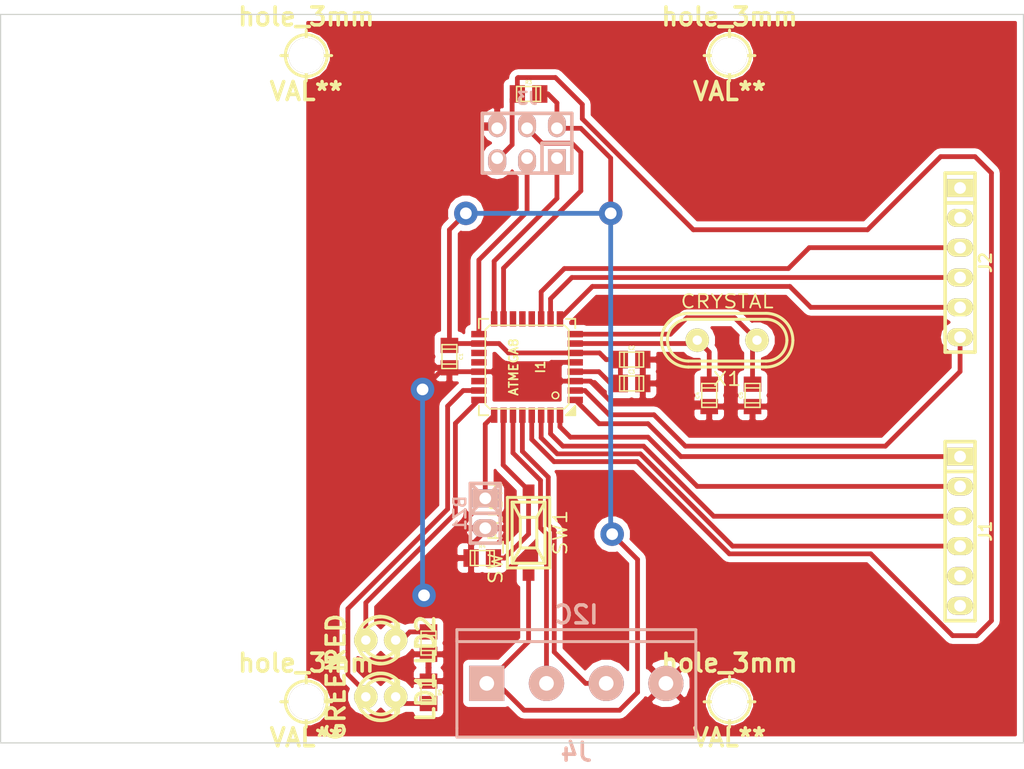
<source format=kicad_pcb>
(kicad_pcb (version 3) (host pcbnew "(2013-09-06 BZR 4312)-product")

  (general
    (links 48)
    (no_connects 0)
    (area 99.949999 44.15 187.050001 117.700001)
    (thickness 1.6)
    (drawings 10)
    (tracks 199)
    (zones 0)
    (modules 23)
    (nets 35)
  )

  (page A4)
  (title_block
    (title "hacklock keypad")
    (date "Sat 14 Sep 2013")
    (rev a)
    (company "q3k systems")
  )

  (layers
    (15 F.Cu signal)
    (0 B.Cu signal)
    (16 B.Adhes user)
    (17 F.Adhes user)
    (18 B.Paste user)
    (19 F.Paste user)
    (20 B.SilkS user)
    (21 F.SilkS user)
    (22 B.Mask user)
    (23 F.Mask user)
    (24 Dwgs.User user hide)
    (25 Cmts.User user)
    (26 Eco1.User user)
    (27 Eco2.User user)
    (28 Edge.Cuts user)
  )

  (setup
    (last_trace_width 0.4064)
    (trace_clearance 0.254)
    (zone_clearance 0.508)
    (zone_45_only no)
    (trace_min 0.254)
    (segment_width 0.2)
    (edge_width 0.1)
    (via_size 2)
    (via_drill 1)
    (via_min_size 0.889)
    (via_min_drill 0.508)
    (uvia_size 0.508)
    (uvia_drill 0.127)
    (uvias_allowed no)
    (uvia_min_size 0.508)
    (uvia_min_drill 0.127)
    (pcb_text_width 0.3)
    (pcb_text_size 1.5 1.5)
    (mod_edge_width 0.15)
    (mod_text_size 1 1)
    (mod_text_width 0.15)
    (pad_size 1.5 1.5)
    (pad_drill 0.6)
    (pad_to_mask_clearance 0)
    (aux_axis_origin 0 0)
    (visible_elements FFFFFF1F)
    (pcbplotparams
      (layerselection 32768)
      (usegerberextensions false)
      (excludeedgelayer true)
      (linewidth 0.150000)
      (plotframeref false)
      (viasonmask false)
      (mode 1)
      (useauxorigin false)
      (hpglpennumber 1)
      (hpglpenspeed 20)
      (hpglpendiameter 15)
      (hpglpenoverlay 2)
      (psnegative false)
      (psa4output false)
      (plotreference true)
      (plotvalue true)
      (plotothertext true)
      (plotinvisibletext false)
      (padsonsilk false)
      (subtractmaskfromsilk false)
      (outputformat 2)
      (mirror true)
      (drillshape 2)
      (scaleselection 1)
      (outputdirectory out/))
  )

  (net 0 "")
  (net 1 +5V)
  (net 2 GND)
  (net 3 N-000001)
  (net 4 N-0000010)
  (net 5 N-0000011)
  (net 6 N-0000012)
  (net 7 N-0000013)
  (net 8 N-0000014)
  (net 9 N-0000015)
  (net 10 N-0000016)
  (net 11 N-0000017)
  (net 12 N-0000019)
  (net 13 N-000002)
  (net 14 N-0000020)
  (net 15 N-0000021)
  (net 16 N-0000022)
  (net 17 N-0000023)
  (net 18 N-0000024)
  (net 19 N-0000025)
  (net 20 N-0000026)
  (net 21 N-0000027)
  (net 22 N-0000028)
  (net 23 N-0000029)
  (net 24 N-000003)
  (net 25 N-0000030)
  (net 26 N-0000031)
  (net 27 N-0000032)
  (net 28 N-0000033)
  (net 29 N-0000034)
  (net 30 N-000004)
  (net 31 N-000005)
  (net 32 N-000006)
  (net 33 N-000007)
  (net 34 N-000008)

  (net_class Default "This is the default net class."
    (clearance 0.254)
    (trace_width 0.4064)
    (via_dia 2)
    (via_drill 1)
    (uvia_dia 0.508)
    (uvia_drill 0.127)
    (add_net "")
    (add_net +5V)
    (add_net GND)
    (add_net N-000001)
    (add_net N-0000010)
    (add_net N-0000011)
    (add_net N-0000012)
    (add_net N-0000013)
    (add_net N-0000014)
    (add_net N-0000015)
    (add_net N-0000016)
    (add_net N-0000017)
    (add_net N-0000019)
    (add_net N-000002)
    (add_net N-0000020)
    (add_net N-0000021)
    (add_net N-0000022)
    (add_net N-0000023)
    (add_net N-0000024)
    (add_net N-0000025)
    (add_net N-0000026)
    (add_net N-0000027)
    (add_net N-0000028)
    (add_net N-0000029)
    (add_net N-000003)
    (add_net N-0000030)
    (add_net N-0000031)
    (add_net N-0000032)
    (add_net N-0000033)
    (add_net N-0000034)
    (add_net N-000004)
    (add_net N-000005)
    (add_net N-000006)
    (add_net N-000007)
    (add_net N-000008)
  )

  (module pin_strip_2 placed (layer B.Cu) (tedit 4F0999B2) (tstamp 52348D84)
    (at 141.224 92.456 270)
    (descr "Pin strip 2pin")
    (tags "CONN DEV")
    (path /52345D80)
    (fp_text reference BZ1 (at 0 2.159 270) (layer B.SilkS)
      (effects (font (size 1.016 1.016) (thickness 0.2032)) (justify mirror))
    )
    (fp_text value BUZZER (at 0.254 3.556 270) (layer B.SilkS) hide
      (effects (font (size 1.016 0.889) (thickness 0.2032)) (justify mirror))
    )
    (fp_line (start 0 1.27) (end 0 -1.27) (layer B.SilkS) (width 0.3048))
    (fp_line (start 0 -1.27) (end -2.54 1.27) (layer B.SilkS) (width 0.3048))
    (fp_line (start -2.54 -1.27) (end 0 1.27) (layer B.SilkS) (width 0.3048))
    (fp_line (start 2.54 -1.27) (end -2.54 -1.27) (layer B.SilkS) (width 0.3048))
    (fp_line (start -2.54 1.27) (end 2.54 1.27) (layer B.SilkS) (width 0.3048))
    (fp_line (start -2.54 -1.27) (end -2.54 1.27) (layer B.SilkS) (width 0.3048))
    (fp_line (start 2.54 1.27) (end 2.54 -1.27) (layer B.SilkS) (width 0.3048))
    (pad 1 thru_hole rect (at -1.27 0 270) (size 1.524 2.19964) (drill 1.00076)
      (layers *.Cu *.Mask B.SilkS)
      (net 8 N-0000014)
    )
    (pad 2 thru_hole oval (at 1.27 0 270) (size 1.524 2.19964) (drill 1.00076)
      (layers *.Cu *.Mask B.SilkS)
      (net 2 GND)
    )
    (model walter/pin_strip/pin_strip_2.wrl
      (at (xyz 0 0 0))
      (scale (xyz 1 1 1))
      (rotate (xyz 0 0 0))
    )
  )

  (module c_0805 placed (layer F.Cu) (tedit 49047394) (tstamp 52348B71)
    (at 138.176 79.121 270)
    (descr "SMT capacitor, 0805")
    (path /52345F13)
    (fp_text reference C1 (at 0 -0.9906 270) (layer F.SilkS)
      (effects (font (size 0.29972 0.29972) (thickness 0.06096)))
    )
    (fp_text value 100n (at 0 0.9906 270) (layer F.SilkS) hide
      (effects (font (size 0.29972 0.29972) (thickness 0.06096)))
    )
    (fp_line (start 0.635 -0.635) (end 0.635 0.635) (layer F.SilkS) (width 0.127))
    (fp_line (start -0.635 -0.635) (end -0.635 0.6096) (layer F.SilkS) (width 0.127))
    (fp_line (start -1.016 -0.635) (end 1.016 -0.635) (layer F.SilkS) (width 0.127))
    (fp_line (start 1.016 -0.635) (end 1.016 0.635) (layer F.SilkS) (width 0.127))
    (fp_line (start 1.016 0.635) (end -1.016 0.635) (layer F.SilkS) (width 0.127))
    (fp_line (start -1.016 0.635) (end -1.016 -0.635) (layer F.SilkS) (width 0.127))
    (pad 1 smd rect (at 0.9525 0 270) (size 1.30048 1.4986)
      (layers F.Cu F.Paste F.Mask)
      (net 2 GND)
    )
    (pad 2 smd rect (at -0.9525 0 270) (size 1.30048 1.4986)
      (layers F.Cu F.Paste F.Mask)
      (net 1 +5V)
    )
    (model walter\smd_cap\c_0805.wrl
      (at (xyz 0 0 0))
      (scale (xyz 1 1 1))
      (rotate (xyz 0 0 0))
    )
  )

  (module c_0805 placed (layer F.Cu) (tedit 49047394) (tstamp 52348B7D)
    (at 153.67 79.375)
    (descr "SMT capacitor, 0805")
    (path /52345968)
    (fp_text reference C2 (at 0 -0.9906) (layer F.SilkS)
      (effects (font (size 0.29972 0.29972) (thickness 0.06096)))
    )
    (fp_text value 100n (at 0 0.9906) (layer F.SilkS) hide
      (effects (font (size 0.29972 0.29972) (thickness 0.06096)))
    )
    (fp_line (start 0.635 -0.635) (end 0.635 0.635) (layer F.SilkS) (width 0.127))
    (fp_line (start -0.635 -0.635) (end -0.635 0.6096) (layer F.SilkS) (width 0.127))
    (fp_line (start -1.016 -0.635) (end 1.016 -0.635) (layer F.SilkS) (width 0.127))
    (fp_line (start 1.016 -0.635) (end 1.016 0.635) (layer F.SilkS) (width 0.127))
    (fp_line (start 1.016 0.635) (end -1.016 0.635) (layer F.SilkS) (width 0.127))
    (fp_line (start -1.016 0.635) (end -1.016 -0.635) (layer F.SilkS) (width 0.127))
    (pad 1 smd rect (at 0.9525 0) (size 1.30048 1.4986)
      (layers F.Cu F.Paste F.Mask)
      (net 2 GND)
    )
    (pad 2 smd rect (at -0.9525 0) (size 1.30048 1.4986)
      (layers F.Cu F.Paste F.Mask)
      (net 1 +5V)
    )
    (model walter\smd_cap\c_0805.wrl
      (at (xyz 0 0 0))
      (scale (xyz 1 1 1))
      (rotate (xyz 0 0 0))
    )
  )

  (module c_0805 placed (layer F.Cu) (tedit 49047394) (tstamp 52348B89)
    (at 153.67 81.407)
    (descr "SMT capacitor, 0805")
    (path /5234597C)
    (fp_text reference C3 (at 0 -0.9906) (layer F.SilkS)
      (effects (font (size 0.29972 0.29972) (thickness 0.06096)))
    )
    (fp_text value 100n (at 0 0.9906) (layer F.SilkS) hide
      (effects (font (size 0.29972 0.29972) (thickness 0.06096)))
    )
    (fp_line (start 0.635 -0.635) (end 0.635 0.635) (layer F.SilkS) (width 0.127))
    (fp_line (start -0.635 -0.635) (end -0.635 0.6096) (layer F.SilkS) (width 0.127))
    (fp_line (start -1.016 -0.635) (end 1.016 -0.635) (layer F.SilkS) (width 0.127))
    (fp_line (start 1.016 -0.635) (end 1.016 0.635) (layer F.SilkS) (width 0.127))
    (fp_line (start 1.016 0.635) (end -1.016 0.635) (layer F.SilkS) (width 0.127))
    (fp_line (start -1.016 0.635) (end -1.016 -0.635) (layer F.SilkS) (width 0.127))
    (pad 1 smd rect (at 0.9525 0) (size 1.30048 1.4986)
      (layers F.Cu F.Paste F.Mask)
      (net 2 GND)
    )
    (pad 2 smd rect (at -0.9525 0) (size 1.30048 1.4986)
      (layers F.Cu F.Paste F.Mask)
      (net 1 +5V)
    )
    (model walter\smd_cap\c_0805.wrl
      (at (xyz 0 0 0))
      (scale (xyz 1 1 1))
      (rotate (xyz 0 0 0))
    )
  )

  (module c_0805 placed (layer F.Cu) (tedit 49047394) (tstamp 52348B95)
    (at 160.274 82.423 90)
    (descr "SMT capacitor, 0805")
    (path /523476D6)
    (fp_text reference C4 (at 0 -0.9906 90) (layer F.SilkS)
      (effects (font (size 0.29972 0.29972) (thickness 0.06096)))
    )
    (fp_text value 22p (at 0 0.9906 90) (layer F.SilkS) hide
      (effects (font (size 0.29972 0.29972) (thickness 0.06096)))
    )
    (fp_line (start 0.635 -0.635) (end 0.635 0.635) (layer F.SilkS) (width 0.127))
    (fp_line (start -0.635 -0.635) (end -0.635 0.6096) (layer F.SilkS) (width 0.127))
    (fp_line (start -1.016 -0.635) (end 1.016 -0.635) (layer F.SilkS) (width 0.127))
    (fp_line (start 1.016 -0.635) (end 1.016 0.635) (layer F.SilkS) (width 0.127))
    (fp_line (start 1.016 0.635) (end -1.016 0.635) (layer F.SilkS) (width 0.127))
    (fp_line (start -1.016 0.635) (end -1.016 -0.635) (layer F.SilkS) (width 0.127))
    (pad 1 smd rect (at 0.9525 0 90) (size 1.30048 1.4986)
      (layers F.Cu F.Paste F.Mask)
      (net 11 N-0000017)
    )
    (pad 2 smd rect (at -0.9525 0 90) (size 1.30048 1.4986)
      (layers F.Cu F.Paste F.Mask)
      (net 2 GND)
    )
    (model walter\smd_cap\c_0805.wrl
      (at (xyz 0 0 0))
      (scale (xyz 1 1 1))
      (rotate (xyz 0 0 0))
    )
  )

  (module c_0805 placed (layer F.Cu) (tedit 49047394) (tstamp 52348BA1)
    (at 163.957 82.423 90)
    (descr "SMT capacitor, 0805")
    (path /52347773)
    (fp_text reference C5 (at 0 -0.9906 90) (layer F.SilkS)
      (effects (font (size 0.29972 0.29972) (thickness 0.06096)))
    )
    (fp_text value 22p (at 0 0.9906 90) (layer F.SilkS) hide
      (effects (font (size 0.29972 0.29972) (thickness 0.06096)))
    )
    (fp_line (start 0.635 -0.635) (end 0.635 0.635) (layer F.SilkS) (width 0.127))
    (fp_line (start -0.635 -0.635) (end -0.635 0.6096) (layer F.SilkS) (width 0.127))
    (fp_line (start -1.016 -0.635) (end 1.016 -0.635) (layer F.SilkS) (width 0.127))
    (fp_line (start 1.016 -0.635) (end 1.016 0.635) (layer F.SilkS) (width 0.127))
    (fp_line (start 1.016 0.635) (end -1.016 0.635) (layer F.SilkS) (width 0.127))
    (fp_line (start -1.016 0.635) (end -1.016 -0.635) (layer F.SilkS) (width 0.127))
    (pad 1 smd rect (at 0.9525 0 90) (size 1.30048 1.4986)
      (layers F.Cu F.Paste F.Mask)
      (net 10 N-0000016)
    )
    (pad 2 smd rect (at -0.9525 0 90) (size 1.30048 1.4986)
      (layers F.Cu F.Paste F.Mask)
      (net 2 GND)
    )
    (model walter\smd_cap\c_0805.wrl
      (at (xyz 0 0 0))
      (scale (xyz 1 1 1))
      (rotate (xyz 0 0 0))
    )
  )

  (module lqfp32 placed (layer F.Cu) (tedit 50C3212A) (tstamp 52348BDA)
    (at 144.78 80.01 90)
    (descr LQFP-32)
    (path /523453C1)
    (fp_text reference I1 (at 0 1.143 90) (layer F.SilkS)
      (effects (font (size 0.7493 0.7493) (thickness 0.14986)))
    )
    (fp_text value ATMEGA8 (at 0 -1.143 90) (layer F.SilkS)
      (effects (font (size 0.7493 0.7493) (thickness 0.14986)))
    )
    (fp_line (start -3.8989 4.09956) (end -4.09956 3.8989) (layer F.SilkS) (width 0.14986))
    (fp_line (start -4.09956 3.70078) (end -3.70078 4.09956) (layer F.SilkS) (width 0.14986))
    (fp_line (start -3.50012 4.09956) (end -4.09956 3.50012) (layer F.SilkS) (width 0.14986))
    (fp_line (start -3.29946 4.09956) (end -4.09956 4.09956) (layer F.SilkS) (width 0.14986))
    (fp_line (start -4.09956 4.09956) (end -4.09956 3.29946) (layer F.SilkS) (width 0.14986))
    (fp_line (start -4.09956 3.29946) (end -3.29946 4.09956) (layer F.SilkS) (width 0.14986))
    (fp_line (start 4.09956 3.29946) (end 4.09956 4.09956) (layer F.SilkS) (width 0.14986))
    (fp_line (start 4.09956 4.09956) (end 3.29946 4.09956) (layer F.SilkS) (width 0.14986))
    (fp_line (start 3.29946 -4.09956) (end 4.09956 -4.09956) (layer F.SilkS) (width 0.14986))
    (fp_line (start 4.09956 -4.09956) (end 4.09956 -3.29946) (layer F.SilkS) (width 0.14986))
    (fp_line (start -4.09956 -3.29946) (end -4.09956 -4.09956) (layer F.SilkS) (width 0.14986))
    (fp_line (start -4.09956 -4.09956) (end -3.29946 -4.09956) (layer F.SilkS) (width 0.14986))
    (fp_circle (center -2.413 2.413) (end -2.667 2.54) (layer F.SilkS) (width 0.127))
    (fp_line (start 3.556 3.175) (end 3.175 3.556) (layer F.SilkS) (width 0.127))
    (fp_line (start 3.175 3.556) (end -3.175 3.556) (layer F.SilkS) (width 0.127))
    (fp_line (start -3.175 3.556) (end -3.556 3.175) (layer F.SilkS) (width 0.127))
    (fp_line (start -3.556 3.175) (end -3.556 -3.175) (layer F.SilkS) (width 0.127))
    (fp_line (start -3.556 -3.175) (end -3.175 -3.556) (layer F.SilkS) (width 0.127))
    (fp_line (start -3.175 -3.556) (end 3.175 -3.556) (layer F.SilkS) (width 0.127))
    (fp_line (start 3.175 -3.556) (end 3.556 -3.175) (layer F.SilkS) (width 0.127))
    (fp_line (start 3.556 -3.175) (end 3.556 3.175) (layer F.SilkS) (width 0.127))
    (pad 4 smd rect (at -0.39878 4.09956 90) (size 0.55118 1.30048)
      (layers F.Cu F.Paste F.Mask)
      (net 1 +5V)
    )
    (pad 5 smd rect (at 0.39878 4.09956 90) (size 0.55118 1.30048)
      (layers F.Cu F.Paste F.Mask)
      (net 2 GND)
    )
    (pad 6 smd rect (at 1.19888 4.09956 90) (size 0.55118 1.30048)
      (layers F.Cu F.Paste F.Mask)
      (net 1 +5V)
    )
    (pad 7 smd rect (at 1.99898 4.09956 90) (size 0.55118 1.30048)
      (layers F.Cu F.Paste F.Mask)
      (net 11 N-0000017)
    )
    (pad 8 smd rect (at 2.79908 4.09956 90) (size 0.55118 1.30048)
      (layers F.Cu F.Paste F.Mask)
      (net 10 N-0000016)
    )
    (pad 1 smd rect (at -2.79908 4.09956 90) (size 0.55118 1.30048)
      (layers F.Cu F.Paste F.Mask)
      (net 34 N-000008)
    )
    (pad 2 smd rect (at -1.99898 4.09956 90) (size 0.55118 1.30048)
      (layers F.Cu F.Paste F.Mask)
      (net 13 N-000002)
    )
    (pad 3 smd rect (at -1.19888 4.09956 90) (size 0.55118 1.30048)
      (layers F.Cu F.Paste F.Mask)
      (net 2 GND)
    )
    (pad 9 smd rect (at 4.09956 2.79908 90) (size 1.30048 0.55118)
      (layers F.Cu F.Paste F.Mask)
      (net 24 N-000003)
    )
    (pad 10 smd rect (at 4.09956 1.99898 90) (size 1.30048 0.55118)
      (layers F.Cu F.Paste F.Mask)
      (net 30 N-000004)
    )
    (pad 11 smd rect (at 4.09956 1.19888 90) (size 1.30048 0.55118)
      (layers F.Cu F.Paste F.Mask)
      (net 31 N-000005)
    )
    (pad 12 smd rect (at 4.09956 0.39878 90) (size 1.30048 0.55118)
      (layers F.Cu F.Paste F.Mask)
      (net 12 N-0000019)
    )
    (pad 13 smd rect (at 4.09956 -0.39878 90) (size 1.30048 0.55118)
      (layers F.Cu F.Paste F.Mask)
      (net 14 N-0000020)
    )
    (pad 14 smd rect (at 4.09956 -1.19888 90) (size 1.30048 0.55118)
      (layers F.Cu F.Paste F.Mask)
      (net 15 N-0000021)
    )
    (pad 15 smd rect (at 4.09956 -1.99898 90) (size 1.30048 0.55118)
      (layers F.Cu F.Paste F.Mask)
      (net 20 N-0000026)
    )
    (pad 16 smd rect (at 4.09956 -2.79908 90) (size 1.30048 0.55118)
      (layers F.Cu F.Paste F.Mask)
      (net 17 N-0000023)
    )
    (pad 17 smd rect (at 2.79908 -4.09956 90) (size 0.55118 1.30048)
      (layers F.Cu F.Paste F.Mask)
      (net 18 N-0000024)
    )
    (pad 18 smd rect (at 1.99898 -4.09956 90) (size 0.55118 1.30048)
      (layers F.Cu F.Paste F.Mask)
      (net 1 +5V)
    )
    (pad 19 smd rect (at 1.19888 -4.09956 90) (size 0.55118 1.30048)
      (layers F.Cu F.Paste F.Mask)
      (net 23 N-0000029)
    )
    (pad 20 smd rect (at 0.39878 -4.09956 90) (size 0.55118 1.30048)
      (layers F.Cu F.Paste F.Mask)
      (net 16 N-0000022)
    )
    (pad 21 smd rect (at -0.39878 -4.09956 90) (size 0.55118 1.30048)
      (layers F.Cu F.Paste F.Mask)
      (net 2 GND)
    )
    (pad 22 smd rect (at -1.19888 -4.09956 90) (size 0.55118 1.30048)
      (layers F.Cu F.Paste F.Mask)
      (net 25 N-0000030)
    )
    (pad 23 smd rect (at -1.99898 -4.09956 90) (size 0.55118 1.30048)
      (layers F.Cu F.Paste F.Mask)
      (net 4 N-0000010)
    )
    (pad 24 smd rect (at -2.79908 -4.09956 90) (size 0.55118 1.30048)
      (layers F.Cu F.Paste F.Mask)
      (net 5 N-0000011)
    )
    (pad 25 smd rect (at -4.09956 -2.79908 90) (size 1.30048 0.55118)
      (layers F.Cu F.Paste F.Mask)
      (net 8 N-0000014)
    )
    (pad 26 smd rect (at -4.09956 -1.99898 90) (size 1.30048 0.55118)
      (layers F.Cu F.Paste F.Mask)
      (net 9 N-0000015)
    )
    (pad 27 smd rect (at -4.09956 -1.19888 90) (size 1.30048 0.55118)
      (layers F.Cu F.Paste F.Mask)
      (net 21 N-0000027)
    )
    (pad 28 smd rect (at -4.09956 -0.39878 90) (size 1.30048 0.55118)
      (layers F.Cu F.Paste F.Mask)
      (net 22 N-0000028)
    )
    (pad 29 smd rect (at -4.09956 0.39878 90) (size 1.30048 0.55118)
      (layers F.Cu F.Paste F.Mask)
      (net 19 N-0000025)
    )
    (pad 30 smd rect (at -4.09956 1.19888 90) (size 1.30048 0.55118)
      (layers F.Cu F.Paste F.Mask)
      (net 32 N-000006)
    )
    (pad 31 smd rect (at -4.09956 1.99898 90) (size 1.30048 0.55118)
      (layers F.Cu F.Paste F.Mask)
      (net 3 N-000001)
    )
    (pad 32 smd rect (at -4.09956 2.79908 90) (size 1.30048 0.55118)
      (layers F.Cu F.Paste F.Mask)
      (net 33 N-000007)
    )
    (model walter/smd_lqfp/lqfp-32.wrl
      (at (xyz 0 0 0))
      (scale (xyz 1 1 1))
      (rotate (xyz 0 0 0))
    )
  )

  (module pin_strip_6 placed (layer F.Cu) (tedit 4B90DFC4) (tstamp 52348DB2)
    (at 181.61 93.98 270)
    (descr "Pin strip 6pin")
    (tags "CONN DEV")
    (path /52346A13)
    (fp_text reference J1 (at 0 -2.159 270) (layer F.SilkS)
      (effects (font (size 1.016 1.016) (thickness 0.2032)))
    )
    (fp_text value HEADER_6 (at 0.254 -3.556 270) (layer F.SilkS) hide
      (effects (font (size 1.016 0.889) (thickness 0.2032)))
    )
    (fp_line (start -5.08 -1.27) (end -5.08 1.27) (layer F.SilkS) (width 0.3048))
    (fp_line (start -7.62 1.27) (end -7.62 -1.27) (layer F.SilkS) (width 0.3048))
    (fp_line (start -7.62 -1.27) (end 7.62 -1.27) (layer F.SilkS) (width 0.3048))
    (fp_line (start 7.62 -1.27) (end 7.62 1.27) (layer F.SilkS) (width 0.3048))
    (fp_line (start 7.62 1.27) (end -7.62 1.27) (layer F.SilkS) (width 0.3048))
    (pad 1 thru_hole rect (at -6.35 0 270) (size 1.524 2.19964) (drill 1.00076)
      (layers *.Cu *.Mask F.SilkS)
      (net 34 N-000008)
    )
    (pad 2 thru_hole oval (at -3.81 0 270) (size 1.524 2.19964) (drill 1.00076)
      (layers *.Cu *.Mask F.SilkS)
      (net 33 N-000007)
    )
    (pad 3 thru_hole oval (at -1.27 0 270) (size 1.524 2.19964) (drill 1.00076)
      (layers *.Cu *.Mask F.SilkS)
      (net 3 N-000001)
    )
    (pad 4 thru_hole oval (at 1.27 0 270) (size 1.524 2.19964) (drill 1.00076)
      (layers *.Cu *.Mask F.SilkS)
      (net 32 N-000006)
    )
    (pad 5 thru_hole oval (at 3.81 0 270) (size 1.524 2.19964) (drill 1.00076)
      (layers *.Cu *.Mask F.SilkS)
      (net 26 N-0000031)
    )
    (pad 6 thru_hole oval (at 6.35 0 270) (size 1.524 2.19964) (drill 1.00076)
      (layers *.Cu *.Mask F.SilkS)
      (net 27 N-0000032)
    )
    (model walter/pin_strip/pin_strip_6.wrl
      (at (xyz 0 0 0))
      (scale (xyz 1 1 1))
      (rotate (xyz 0 0 0))
    )
  )

  (module pin_strip_6 placed (layer F.Cu) (tedit 4B90DFC4) (tstamp 52348BF8)
    (at 181.61 71.12 270)
    (descr "Pin strip 6pin")
    (tags "CONN DEV")
    (path /523469B0)
    (fp_text reference J2 (at 0 -2.159 270) (layer F.SilkS)
      (effects (font (size 1.016 1.016) (thickness 0.2032)))
    )
    (fp_text value HEADER_6 (at 0.254 -3.556 270) (layer F.SilkS) hide
      (effects (font (size 1.016 0.889) (thickness 0.2032)))
    )
    (fp_line (start -5.08 -1.27) (end -5.08 1.27) (layer F.SilkS) (width 0.3048))
    (fp_line (start -7.62 1.27) (end -7.62 -1.27) (layer F.SilkS) (width 0.3048))
    (fp_line (start -7.62 -1.27) (end 7.62 -1.27) (layer F.SilkS) (width 0.3048))
    (fp_line (start 7.62 -1.27) (end 7.62 1.27) (layer F.SilkS) (width 0.3048))
    (fp_line (start 7.62 1.27) (end -7.62 1.27) (layer F.SilkS) (width 0.3048))
    (pad 1 thru_hole rect (at -6.35 0 270) (size 1.524 2.19964) (drill 1.00076)
      (layers *.Cu *.Mask F.SilkS)
      (net 28 N-0000033)
    )
    (pad 2 thru_hole oval (at -3.81 0 270) (size 1.524 2.19964) (drill 1.00076)
      (layers *.Cu *.Mask F.SilkS)
      (net 29 N-0000034)
    )
    (pad 3 thru_hole oval (at -1.27 0 270) (size 1.524 2.19964) (drill 1.00076)
      (layers *.Cu *.Mask F.SilkS)
      (net 31 N-000005)
    )
    (pad 4 thru_hole oval (at 1.27 0 270) (size 1.524 2.19964) (drill 1.00076)
      (layers *.Cu *.Mask F.SilkS)
      (net 30 N-000004)
    )
    (pad 5 thru_hole oval (at 3.81 0 270) (size 1.524 2.19964) (drill 1.00076)
      (layers *.Cu *.Mask F.SilkS)
      (net 24 N-000003)
    )
    (pad 6 thru_hole oval (at 6.35 0 270) (size 1.524 2.19964) (drill 1.00076)
      (layers *.Cu *.Mask F.SilkS)
      (net 13 N-000002)
    )
    (model walter/pin_strip/pin_strip_6.wrl
      (at (xyz 0 0 0))
      (scale (xyz 1 1 1))
      (rotate (xyz 0 0 0))
    )
  )

  (module mors_4p placed (layer B.Cu) (tedit 4B90D993) (tstamp 52348DA2)
    (at 148.971 106.934)
    (descr "Terminal block 4 pins")
    (tags DEV)
    (path /5234583B)
    (fp_text reference J4 (at 0 5.842) (layer B.SilkS)
      (effects (font (thickness 0.3048)) (justify mirror))
    )
    (fp_text value I2C (at 0 -5.842) (layer B.SilkS)
      (effects (font (thickness 0.3048)) (justify mirror))
    )
    (fp_line (start 10.16 -4.572) (end -10.16 -4.572) (layer B.SilkS) (width 0.254))
    (fp_line (start 10.16 4.572) (end -10.16 4.572) (layer B.SilkS) (width 0.254))
    (fp_line (start -10.16 -3.556) (end 10.16 -3.556) (layer B.SilkS) (width 0.254))
    (fp_line (start 10.16 4.572) (end 10.16 -4.572) (layer B.SilkS) (width 0.254))
    (fp_line (start -10.16 -4.572) (end -10.16 -3.556) (layer B.SilkS) (width 0.254))
    (fp_line (start -10.16 4.572) (end -10.16 3.81) (layer B.SilkS) (width 0.254))
    (fp_line (start -10.16 -3.81) (end -10.16 3.81) (layer B.SilkS) (width 0.254))
    (pad 1 thru_hole rect (at -7.62 0) (size 2.99974 2.99974) (drill 1.24968)
      (layers *.Cu *.Mask B.SilkS)
      (net 1 +5V)
    )
    (pad 2 thru_hole circle (at -2.54 0) (size 2.99974 2.99974) (drill 1.24968)
      (layers *.Cu *.Mask B.SilkS)
      (net 21 N-0000027)
    )
    (pad 3 thru_hole circle (at 2.54 0) (size 2.99974 2.99974) (drill 1.24968)
      (layers *.Cu *.Mask B.SilkS)
      (net 22 N-0000028)
    )
    (pad 4 thru_hole circle (at 7.62 0) (size 2.99974 2.99974) (drill 1.24968)
      (layers *.Cu *.Mask B.SilkS)
      (net 2 GND)
    )
    (model walter/conn_screw/mors_4p.wrl
      (at (xyz 0 0 0))
      (scale (xyz 1 1 1))
      (rotate (xyz 0 0 0))
    )
  )

  (module led_3mm_green placed (layer F.Cu) (tedit 5036A37E) (tstamp 52348D4C)
    (at 132.334 108.077 90)
    (descr "3mm (T-1) green led")
    (tags led)
    (path /52345AEA)
    (fp_text reference LD1 (at 0 3.81 90) (layer F.SilkS)
      (effects (font (thickness 0.3048)))
    )
    (fp_text value GREEN (at 0 -3.81 90) (layer F.SilkS)
      (effects (font (thickness 0.3048)))
    )
    (fp_arc (start 0 0) (end 1.50876 -1.31064) (angle 90) (layer F.SilkS) (width 0.29972))
    (fp_arc (start 0 0) (end -1.33096 1.50114) (angle 90) (layer F.SilkS) (width 0.29972))
    (fp_arc (start 0 0) (end 0 -1.99898) (angle 90) (layer F.SilkS) (width 0.29972))
    (fp_arc (start 0 0) (end -1.99898 0) (angle 90) (layer F.SilkS) (width 0.29972))
    (fp_line (start -1.50114 1.30048) (end 1.50114 1.30048) (layer F.SilkS) (width 0.29972))
    (fp_line (start -1.30048 1.50114) (end 1.30048 1.50114) (layer F.SilkS) (width 0.29972))
    (fp_circle (center 0 0) (end -1.50114 0) (layer F.SilkS) (width 0.29972))
    (pad 1 thru_hole circle (at 0 -1.27 90) (size 1.99898 1.99898) (drill 0.8001)
      (layers *.Cu *.Mask F.SilkS)
      (net 4 N-0000010)
    )
    (pad 2 thru_hole circle (at 0 1.27 90) (size 1.99898 1.99898) (drill 0.8001)
      (layers *.Cu *.Mask F.SilkS)
      (net 6 N-0000012)
    )
    (model walter/indicators/led_3mm_green.wrl
      (at (xyz 0 0 0))
      (scale (xyz 1 1 1))
      (rotate (xyz 0 0 0))
    )
  )

  (module led_3mm_red placed (layer F.Cu) (tedit 5036A37E) (tstamp 52348D92)
    (at 132.334 103.251 90)
    (descr "3mm (T-1) red led")
    (tags led)
    (path /52345B0B)
    (fp_text reference LD2 (at 0 3.81 90) (layer F.SilkS)
      (effects (font (thickness 0.3048)))
    )
    (fp_text value RED (at 0 -3.81 90) (layer F.SilkS)
      (effects (font (thickness 0.3048)))
    )
    (fp_arc (start 0 0) (end 1.50876 -1.31064) (angle 90) (layer F.SilkS) (width 0.29972))
    (fp_arc (start 0 0) (end -1.33096 1.50114) (angle 90) (layer F.SilkS) (width 0.29972))
    (fp_arc (start 0 0) (end 0 -1.99898) (angle 90) (layer F.SilkS) (width 0.29972))
    (fp_arc (start 0 0) (end -1.99898 0) (angle 90) (layer F.SilkS) (width 0.29972))
    (fp_line (start -1.50114 1.30048) (end 1.50114 1.30048) (layer F.SilkS) (width 0.29972))
    (fp_line (start -1.30048 1.50114) (end 1.30048 1.50114) (layer F.SilkS) (width 0.29972))
    (fp_circle (center 0 0) (end -1.50114 0) (layer F.SilkS) (width 0.29972))
    (pad 1 thru_hole circle (at 0 -1.27 90) (size 1.99898 1.99898) (drill 0.8001)
      (layers *.Cu *.Mask F.SilkS)
      (net 5 N-0000011)
    )
    (pad 2 thru_hole circle (at 0 1.27 90) (size 1.99898 1.99898) (drill 0.8001)
      (layers *.Cu *.Mask F.SilkS)
      (net 7 N-0000013)
    )
    (model walter/indicators/led_3mm_red.wrl
      (at (xyz 0 0 0))
      (scale (xyz 1 1 1))
      (rotate (xyz 0 0 0))
    )
  )

  (module r_0805 placed (layer F.Cu) (tedit 49047384) (tstamp 52348C59)
    (at 144.907 56.769)
    (descr "SMT resistor, 0805")
    (path /5234744D)
    (fp_text reference R3 (at 0 -0.9906) (layer F.SilkS)
      (effects (font (size 0.29972 0.29972) (thickness 0.06096)))
    )
    (fp_text value 40k (at 0 0.9906) (layer F.SilkS) hide
      (effects (font (size 0.29972 0.29972) (thickness 0.06096)))
    )
    (fp_line (start 0.635 -0.635) (end 0.635 0.635) (layer F.SilkS) (width 0.127))
    (fp_line (start -0.635 -0.635) (end -0.635 0.6096) (layer F.SilkS) (width 0.127))
    (fp_line (start -1.016 -0.635) (end 1.016 -0.635) (layer F.SilkS) (width 0.127))
    (fp_line (start 1.016 -0.635) (end 1.016 0.635) (layer F.SilkS) (width 0.127))
    (fp_line (start 1.016 0.635) (end -1.016 0.635) (layer F.SilkS) (width 0.127))
    (fp_line (start -1.016 0.635) (end -1.016 -0.635) (layer F.SilkS) (width 0.127))
    (pad 1 smd rect (at 0.9525 0) (size 1.30048 1.4986)
      (layers F.Cu F.Paste F.Mask)
      (net 1 +5V)
    )
    (pad 2 smd rect (at -0.9525 0) (size 1.30048 1.4986)
      (layers F.Cu F.Paste F.Mask)
      (net 19 N-0000025)
    )
    (model walter/smd_resistors/r_0805.wrl
      (at (xyz 0 0 0))
      (scale (xyz 1 1 1))
      (rotate (xyz 0 0 0))
    )
  )

  (module r_0805 placed (layer F.Cu) (tedit 49047384) (tstamp 52348C65)
    (at 140.97 96.266)
    (descr "SMT resistor, 0805")
    (path /5234618A)
    (fp_text reference R4 (at 0 -0.9906) (layer F.SilkS)
      (effects (font (size 0.29972 0.29972) (thickness 0.06096)))
    )
    (fp_text value 40k (at 0 0.9906) (layer F.SilkS) hide
      (effects (font (size 0.29972 0.29972) (thickness 0.06096)))
    )
    (fp_line (start 0.635 -0.635) (end 0.635 0.635) (layer F.SilkS) (width 0.127))
    (fp_line (start -0.635 -0.635) (end -0.635 0.6096) (layer F.SilkS) (width 0.127))
    (fp_line (start -1.016 -0.635) (end 1.016 -0.635) (layer F.SilkS) (width 0.127))
    (fp_line (start 1.016 -0.635) (end 1.016 0.635) (layer F.SilkS) (width 0.127))
    (fp_line (start 1.016 0.635) (end -1.016 0.635) (layer F.SilkS) (width 0.127))
    (fp_line (start -1.016 0.635) (end -1.016 -0.635) (layer F.SilkS) (width 0.127))
    (pad 1 smd rect (at 0.9525 0) (size 1.30048 1.4986)
      (layers F.Cu F.Paste F.Mask)
      (net 9 N-0000015)
    )
    (pad 2 smd rect (at -0.9525 0) (size 1.30048 1.4986)
      (layers F.Cu F.Paste F.Mask)
      (net 2 GND)
    )
    (model walter/smd_resistors/r_0805.wrl
      (at (xyz 0 0 0))
      (scale (xyz 1 1 1))
      (rotate (xyz 0 0 0))
    )
  )

  (module r_0805 placed (layer F.Cu) (tedit 49047384) (tstamp 52348C71)
    (at 136.398 107.696 270)
    (descr "SMT resistor, 0805")
    (path /52345C34)
    (fp_text reference R5 (at 0 -0.9906 270) (layer F.SilkS)
      (effects (font (size 0.29972 0.29972) (thickness 0.06096)))
    )
    (fp_text value 220 (at 0 0.9906 270) (layer F.SilkS) hide
      (effects (font (size 0.29972 0.29972) (thickness 0.06096)))
    )
    (fp_line (start 0.635 -0.635) (end 0.635 0.635) (layer F.SilkS) (width 0.127))
    (fp_line (start -0.635 -0.635) (end -0.635 0.6096) (layer F.SilkS) (width 0.127))
    (fp_line (start -1.016 -0.635) (end 1.016 -0.635) (layer F.SilkS) (width 0.127))
    (fp_line (start 1.016 -0.635) (end 1.016 0.635) (layer F.SilkS) (width 0.127))
    (fp_line (start 1.016 0.635) (end -1.016 0.635) (layer F.SilkS) (width 0.127))
    (fp_line (start -1.016 0.635) (end -1.016 -0.635) (layer F.SilkS) (width 0.127))
    (pad 1 smd rect (at 0.9525 0 270) (size 1.30048 1.4986)
      (layers F.Cu F.Paste F.Mask)
      (net 6 N-0000012)
    )
    (pad 2 smd rect (at -0.9525 0 270) (size 1.30048 1.4986)
      (layers F.Cu F.Paste F.Mask)
      (net 2 GND)
    )
    (model walter/smd_resistors/r_0805.wrl
      (at (xyz 0 0 0))
      (scale (xyz 1 1 1))
      (rotate (xyz 0 0 0))
    )
  )

  (module r_0805 placed (layer F.Cu) (tedit 49047384) (tstamp 52348C7D)
    (at 136.398 103.505 90)
    (descr "SMT resistor, 0805")
    (path /52345C55)
    (fp_text reference R6 (at 0 -0.9906 90) (layer F.SilkS)
      (effects (font (size 0.29972 0.29972) (thickness 0.06096)))
    )
    (fp_text value 220 (at 0 0.9906 90) (layer F.SilkS) hide
      (effects (font (size 0.29972 0.29972) (thickness 0.06096)))
    )
    (fp_line (start 0.635 -0.635) (end 0.635 0.635) (layer F.SilkS) (width 0.127))
    (fp_line (start -0.635 -0.635) (end -0.635 0.6096) (layer F.SilkS) (width 0.127))
    (fp_line (start -1.016 -0.635) (end 1.016 -0.635) (layer F.SilkS) (width 0.127))
    (fp_line (start 1.016 -0.635) (end 1.016 0.635) (layer F.SilkS) (width 0.127))
    (fp_line (start 1.016 0.635) (end -1.016 0.635) (layer F.SilkS) (width 0.127))
    (fp_line (start -1.016 0.635) (end -1.016 -0.635) (layer F.SilkS) (width 0.127))
    (pad 1 smd rect (at 0.9525 0 90) (size 1.30048 1.4986)
      (layers F.Cu F.Paste F.Mask)
      (net 7 N-0000013)
    )
    (pad 2 smd rect (at -0.9525 0 90) (size 1.30048 1.4986)
      (layers F.Cu F.Paste F.Mask)
      (net 2 GND)
    )
    (model walter/smd_resistors/r_0805.wrl
      (at (xyz 0 0 0))
      (scale (xyz 1 1 1))
      (rotate (xyz 0 0 0))
    )
  )

  (module smd_push placed (layer F.Cu) (tedit 5093D597) (tstamp 52348E03)
    (at 144.907 94.107 270)
    (descr "SMD Pushbutton")
    (path /52346178)
    (autoplace_cost180 10)
    (fp_text reference SW1 (at 0 -2.70002 270) (layer F.SilkS)
      (effects (font (size 1.143 1.27) (thickness 0.1524)))
    )
    (fp_text value SW_PUSH (at 0 2.79908 270) (layer F.SilkS)
      (effects (font (size 1.143 1.27) (thickness 0.1524)))
    )
    (fp_line (start 1.30048 -0.70104) (end 2.60096 -1.39954) (layer F.SilkS) (width 0.254))
    (fp_line (start 1.30048 0.70104) (end 2.60096 1.39954) (layer F.SilkS) (width 0.254))
    (fp_line (start -1.30048 0.70104) (end -2.60096 1.39954) (layer F.SilkS) (width 0.254))
    (fp_line (start -2.60096 -1.39954) (end -1.30048 -0.70104) (layer F.SilkS) (width 0.254))
    (fp_line (start -2.60096 -1.39954) (end 2.60096 -1.39954) (layer F.SilkS) (width 0.254))
    (fp_line (start 2.60096 -1.39954) (end 2.60096 1.39954) (layer F.SilkS) (width 0.254))
    (fp_line (start 2.60096 1.39954) (end -2.60096 1.39954) (layer F.SilkS) (width 0.254))
    (fp_line (start -2.60096 1.39954) (end -2.60096 -1.39954) (layer F.SilkS) (width 0.254))
    (fp_line (start -1.30048 -0.70104) (end 1.30048 -0.70104) (layer F.SilkS) (width 0.254))
    (fp_line (start 1.30048 -0.70104) (end 1.30048 0.70104) (layer F.SilkS) (width 0.254))
    (fp_line (start 1.30048 0.70104) (end -1.30048 0.70104) (layer F.SilkS) (width 0.254))
    (fp_line (start -1.30048 0.70104) (end -1.30048 -0.70104) (layer F.SilkS) (width 0.254))
    (fp_line (start -2.99974 -1.80086) (end 2.99974 -1.80086) (layer F.SilkS) (width 0.254))
    (fp_line (start 2.99974 -1.80086) (end 2.99974 1.80086) (layer F.SilkS) (width 0.254))
    (fp_line (start 2.99974 1.80086) (end -2.99974 1.80086) (layer F.SilkS) (width 0.254))
    (fp_line (start -2.99974 1.80086) (end -2.99974 -1.80086) (layer F.SilkS) (width 0.254))
    (pad 1 smd rect (at -3.59918 0 270) (size 1.00076 1.00076)
      (layers F.Cu F.Paste F.Mask)
      (net 9 N-0000015)
    )
    (pad 2 smd rect (at 3.59918 0 270) (size 1.00076 1.00076)
      (layers F.Cu F.Paste F.Mask)
      (net 1 +5V)
    )
    (model walter/switch/smd_push.wrl
      (at (xyz 0 0 0))
      (scale (xyz 1 1 1))
      (rotate (xyz 0 0 0))
    )
  )

  (module crystal_hc-49s placed (layer F.Cu) (tedit 52347809) (tstamp 52348D5F)
    (at 161.798 77.724 180)
    (descr "Crystal, HC-49S")
    (tags QUARTZ)
    (path /523475ED)
    (autoplace_cost180 10)
    (fp_text reference X1 (at 0 -3.302 360) (layer F.SilkS)
      (effects (font (size 1.143 1.27) (thickness 0.1524)))
    )
    (fp_text value CRYSTAL (at 0 3.302 180) (layer F.SilkS)
      (effects (font (size 1.143 1.27) (thickness 0.1524)))
    )
    (fp_arc (start 3.302 0) (end 3.302 -2.286) (angle 90) (layer F.SilkS) (width 0.254))
    (fp_line (start -3.302 1.778) (end 3.302 1.778) (layer F.SilkS) (width 0.254))
    (fp_line (start 3.302 -1.778) (end -3.302 -1.778) (layer F.SilkS) (width 0.254))
    (fp_arc (start 3.302 0) (end 5.08 0) (angle 90) (layer F.SilkS) (width 0.254))
    (fp_arc (start 3.302 0) (end 3.302 -1.778) (angle 90) (layer F.SilkS) (width 0.254))
    (fp_arc (start -3.302 0) (end -3.302 1.778) (angle 90) (layer F.SilkS) (width 0.254))
    (fp_arc (start -3.302 0) (end -5.08 0) (angle 90) (layer F.SilkS) (width 0.254))
    (fp_arc (start 3.302 0) (end 5.588 0) (angle 90) (layer F.SilkS) (width 0.254))
    (fp_line (start 3.302 2.286) (end -3.302 2.286) (layer F.SilkS) (width 0.254))
    (fp_line (start -3.302 -2.286) (end 3.302 -2.286) (layer F.SilkS) (width 0.254))
    (fp_arc (start -3.302 0) (end -3.302 2.286) (angle 90) (layer F.SilkS) (width 0.254))
    (fp_arc (start -3.302 0) (end -5.588 0) (angle 90) (layer F.SilkS) (width 0.254))
    (pad 1 thru_hole circle (at -2.54 0 180) (size 1.99898 1.99898) (drill 0.8001)
      (layers *.Cu *.Mask F.SilkS)
      (net 10 N-0000016)
    )
    (pad 2 thru_hole circle (at 2.54 0 180) (size 1.99898 1.99898) (drill 0.8001)
      (layers *.Cu *.Mask F.SilkS)
      (net 11 N-0000017)
    )
    (model walter/misc_comp/crystal_hc-49s.wrl
      (at (xyz 0 0 0))
      (scale (xyz 1 1 1))
      (rotate (xyz 0 0 0))
    )
  )

  (module hole_3mm (layer F.Cu) (tedit 4A83D5D5) (tstamp 5234C32B)
    (at 162 53.5)
    (descr "Hole 3mm")
    (fp_text reference hole_3mm (at 0 -3.302) (layer F.SilkS)
      (effects (font (thickness 0.3048)))
    )
    (fp_text value VAL** (at 0 3.048) (layer F.SilkS)
      (effects (font (thickness 0.3048)))
    )
    (fp_line (start 0 -2.159) (end 0 2.159) (layer F.SilkS) (width 0.254))
    (fp_line (start -2.159 0) (end 2.159 0) (layer F.SilkS) (width 0.254))
    (fp_circle (center 0 0) (end 1.778 0) (layer F.SilkS) (width 0.254))
    (pad 1 thru_hole circle (at 0 0) (size 2.99974 2.99974) (drill 2.99974)
      (layers *.Cu F.SilkS)
    )
    (model walter/details/hole.wrl
      (at (xyz 0 0 0))
      (scale (xyz 1 1 1))
      (rotate (xyz 0 0 0))
    )
  )

  (module hole_3mm (layer F.Cu) (tedit 4A83D5D5) (tstamp 5234C33A)
    (at 126 53.5)
    (descr "Hole 3mm")
    (fp_text reference hole_3mm (at 0 -3.302) (layer F.SilkS)
      (effects (font (thickness 0.3048)))
    )
    (fp_text value VAL** (at 0 3.048) (layer F.SilkS)
      (effects (font (thickness 0.3048)))
    )
    (fp_line (start 0 -2.159) (end 0 2.159) (layer F.SilkS) (width 0.254))
    (fp_line (start -2.159 0) (end 2.159 0) (layer F.SilkS) (width 0.254))
    (fp_circle (center 0 0) (end 1.778 0) (layer F.SilkS) (width 0.254))
    (pad 1 thru_hole circle (at 0 0) (size 2.99974 2.99974) (drill 2.99974)
      (layers *.Cu F.SilkS)
    )
    (model walter/details/hole.wrl
      (at (xyz 0 0 0))
      (scale (xyz 1 1 1))
      (rotate (xyz 0 0 0))
    )
  )

  (module hole_3mm (layer F.Cu) (tedit 4A83D5D5) (tstamp 5234C349)
    (at 126 108.5)
    (descr "Hole 3mm")
    (fp_text reference hole_3mm (at 0 -3.302) (layer F.SilkS)
      (effects (font (thickness 0.3048)))
    )
    (fp_text value VAL** (at 0 3.048) (layer F.SilkS)
      (effects (font (thickness 0.3048)))
    )
    (fp_line (start 0 -2.159) (end 0 2.159) (layer F.SilkS) (width 0.254))
    (fp_line (start -2.159 0) (end 2.159 0) (layer F.SilkS) (width 0.254))
    (fp_circle (center 0 0) (end 1.778 0) (layer F.SilkS) (width 0.254))
    (pad 1 thru_hole circle (at 0 0) (size 2.99974 2.99974) (drill 2.99974)
      (layers *.Cu F.SilkS)
    )
    (model walter/details/hole.wrl
      (at (xyz 0 0 0))
      (scale (xyz 1 1 1))
      (rotate (xyz 0 0 0))
    )
  )

  (module hole_3mm (layer F.Cu) (tedit 4A83D5D5) (tstamp 5234C358)
    (at 162 108.5)
    (descr "Hole 3mm")
    (fp_text reference hole_3mm (at 0 -3.302) (layer F.SilkS)
      (effects (font (thickness 0.3048)))
    )
    (fp_text value VAL** (at 0 3.048) (layer F.SilkS)
      (effects (font (thickness 0.3048)))
    )
    (fp_line (start 0 -2.159) (end 0 2.159) (layer F.SilkS) (width 0.254))
    (fp_line (start -2.159 0) (end 2.159 0) (layer F.SilkS) (width 0.254))
    (fp_circle (center 0 0) (end 1.778 0) (layer F.SilkS) (width 0.254))
    (pad 1 thru_hole circle (at 0 0) (size 2.99974 2.99974) (drill 2.99974)
      (layers *.Cu F.SilkS)
    )
    (model walter/details/hole.wrl
      (at (xyz 0 0 0))
      (scale (xyz 1 1 1))
      (rotate (xyz 0 0 0))
    )
  )

  (module pin_strip_3x2 (layer B.Cu) (tedit 4B90DEF7) (tstamp 52347C39)
    (at 144.78 60.96 180)
    (descr "Pin strip 3x2pin")
    (tags "CONN DEV")
    (path /52347078)
    (fp_text reference J3 (at 0 3.81 180) (layer B.SilkS)
      (effects (font (size 1.016 1.016) (thickness 0.2032)) (justify mirror))
    )
    (fp_text value ISP (at 0 5.08 180) (layer B.SilkS) hide
      (effects (font (size 1.016 0.889) (thickness 0.2032)) (justify mirror))
    )
    (fp_line (start -3.81 2.54) (end 3.81 2.54) (layer B.SilkS) (width 0.3048))
    (fp_line (start 3.81 2.54) (end 3.81 -2.54) (layer B.SilkS) (width 0.3048))
    (fp_line (start 3.81 -2.54) (end -3.81 -2.54) (layer B.SilkS) (width 0.3048))
    (fp_line (start -3.81 0) (end -1.27 0) (layer B.SilkS) (width 0.3048))
    (fp_line (start -1.27 0) (end -1.27 -2.54) (layer B.SilkS) (width 0.3048))
    (fp_line (start -3.81 2.54) (end -3.81 -2.54) (layer B.SilkS) (width 0.3048))
    (pad 1 thru_hole rect (at -2.54 -1.27 180) (size 1.524 1.99898) (drill 1.00076 (offset 0 -0.24892))
      (layers *.Cu *.Mask B.SilkS)
      (net 17 N-0000023)
    )
    (pad 2 thru_hole oval (at -2.54 1.27 180) (size 1.524 1.99898) (drill 1.00076 (offset 0 0.24892))
      (layers *.Cu *.Mask B.SilkS)
      (net 1 +5V)
    )
    (pad 3 thru_hole oval (at 0 -1.27 180) (size 1.524 1.99898) (drill 1.00076 (offset 0 -0.24892))
      (layers *.Cu *.Mask B.SilkS)
      (net 18 N-0000024)
    )
    (pad 4 thru_hole oval (at 0 1.27 180) (size 1.524 1.99898) (drill 1.00076 (offset 0 0.24892))
      (layers *.Cu *.Mask B.SilkS)
      (net 20 N-0000026)
    )
    (pad 5 thru_hole oval (at 2.54 -1.27 180) (size 1.524 1.99898) (drill 1.00076 (offset 0 -0.24892))
      (layers *.Cu *.Mask B.SilkS)
      (net 19 N-0000025)
    )
    (pad 6 thru_hole oval (at 2.54 1.27 180) (size 1.524 1.99898) (drill 1.00076 (offset 0 0.24892))
      (layers *.Cu *.Mask B.SilkS)
      (net 2 GND)
    )
    (model walter/pin_strip/pin_strip_3x2.wrl
      (at (xyz 0 0 0))
      (scale (xyz 1 1 1))
      (rotate (xyz 0 0 0))
    )
  )

  (dimension 3.5 (width 0.3) (layer Dwgs.User)
    (gr_text "3.500 mm" (at 121.15 110.25 90) (layer Dwgs.User)
      (effects (font (size 1.5 1.5) (thickness 0.3)))
    )
    (feature1 (pts (xy 126 108.5) (xy 119.8 108.5)))
    (feature2 (pts (xy 126 112) (xy 119.8 112)))
    (crossbar (pts (xy 122.5 112) (xy 122.5 108.5)))
    (arrow1a (pts (xy 122.5 108.5) (xy 123.086421 109.626504)))
    (arrow1b (pts (xy 122.5 108.5) (xy 121.913579 109.626504)))
    (arrow2a (pts (xy 122.5 112) (xy 123.086421 110.873496)))
    (arrow2b (pts (xy 122.5 112) (xy 121.913579 110.873496)))
  )
  (dimension 36 (width 0.3) (layer Dwgs.User)
    (gr_text "36.000 mm" (at 144 116.35) (layer Dwgs.User)
      (effects (font (size 1.5 1.5) (thickness 0.3)))
    )
    (feature1 (pts (xy 126 108.5) (xy 126 117.7)))
    (feature2 (pts (xy 162 108.5) (xy 162 117.7)))
    (crossbar (pts (xy 162 115) (xy 126 115)))
    (arrow1a (pts (xy 126 115) (xy 127.126504 114.413579)))
    (arrow1b (pts (xy 126 115) (xy 127.126504 115.586421)))
    (arrow2a (pts (xy 162 115) (xy 160.873496 114.413579)))
    (arrow2b (pts (xy 162 115) (xy 160.873496 115.586421)))
  )
  (dimension 25 (width 0.3) (layer Dwgs.User)
    (gr_text "25.000 mm" (at 174.5 116.35) (layer Dwgs.User)
      (effects (font (size 1.5 1.5) (thickness 0.3)))
    )
    (feature1 (pts (xy 162 108.5) (xy 162 117.7)))
    (feature2 (pts (xy 187 108.5) (xy 187 117.7)))
    (crossbar (pts (xy 187 115) (xy 162 115)))
    (arrow1a (pts (xy 162 115) (xy 163.126504 114.413579)))
    (arrow1b (pts (xy 162 115) (xy 163.126504 115.586421)))
    (arrow2a (pts (xy 187 115) (xy 185.873496 114.413579)))
    (arrow2b (pts (xy 187 115) (xy 185.873496 115.586421)))
  )
  (dimension 3.5 (width 0.3) (layer Dwgs.User)
    (gr_text "3.500 mm" (at 122.65 51.75 270) (layer Dwgs.User)
      (effects (font (size 1.5 1.5) (thickness 0.3)))
    )
    (feature1 (pts (xy 126 53.5) (xy 121.3 53.5)))
    (feature2 (pts (xy 126 50) (xy 121.3 50)))
    (crossbar (pts (xy 124 50) (xy 124 53.5)))
    (arrow1a (pts (xy 124 53.5) (xy 123.413579 52.373496)))
    (arrow1b (pts (xy 124 53.5) (xy 124.586421 52.373496)))
    (arrow2a (pts (xy 124 50) (xy 123.413579 51.126504)))
    (arrow2b (pts (xy 124 50) (xy 124.586421 51.126504)))
  )
  (dimension 36 (width 0.3) (layer Dwgs.User)
    (gr_text "36.000 mm" (at 144 45.65) (layer Dwgs.User)
      (effects (font (size 1.5 1.5) (thickness 0.3)))
    )
    (feature1 (pts (xy 126 53.5) (xy 126 44.3)))
    (feature2 (pts (xy 162 53.5) (xy 162 44.3)))
    (crossbar (pts (xy 162 47) (xy 126 47)))
    (arrow1a (pts (xy 126 47) (xy 127.126504 46.413579)))
    (arrow1b (pts (xy 126 47) (xy 127.126504 47.586421)))
    (arrow2a (pts (xy 162 47) (xy 160.873496 46.413579)))
    (arrow2b (pts (xy 162 47) (xy 160.873496 47.586421)))
  )
  (dimension 25 (width 0.3) (layer Dwgs.User)
    (gr_text "25.000 mm" (at 174.5 45.65) (layer Dwgs.User)
      (effects (font (size 1.5 1.5) (thickness 0.3)))
    )
    (feature1 (pts (xy 162 53.5) (xy 162 44.3)))
    (feature2 (pts (xy 187 53.5) (xy 187 44.3)))
    (crossbar (pts (xy 187 47) (xy 162 47)))
    (arrow1a (pts (xy 162 47) (xy 163.126504 46.413579)))
    (arrow1b (pts (xy 162 47) (xy 163.126504 47.586421)))
    (arrow2a (pts (xy 187 47) (xy 185.873496 46.413579)))
    (arrow2b (pts (xy 187 47) (xy 185.873496 47.586421)))
  )
  (gr_line (start 187 112) (end 187 50) (angle 90) (layer Edge.Cuts) (width 0.1))
  (gr_line (start 100 112) (end 187 112) (angle 90) (layer Edge.Cuts) (width 0.1))
  (gr_line (start 100 50) (end 100 112) (angle 90) (layer Edge.Cuts) (width 0.1))
  (gr_line (start 187 50) (end 100 50) (angle 90) (layer Edge.Cuts) (width 0.1))

  (segment (start 141.351 106.934) (end 142.24 106.934) (width 0.4064) (layer F.Cu) (net 1))
  (segment (start 151.892 94.107) (end 151.892 66.929) (width 0.4064) (layer B.Cu) (net 1) (tstamp 5234B2AC))
  (segment (start 152.019 94.234) (end 151.892 94.107) (width 0.4064) (layer B.Cu) (net 1) (tstamp 5234B2AB))
  (via (at 152.019 94.234) (size 2) (layers F.Cu B.Cu) (net 1))
  (segment (start 154.178 96.393) (end 152.019 94.234) (width 0.4064) (layer F.Cu) (net 1) (tstamp 5234B2A5))
  (segment (start 154.178 107.696) (end 154.178 96.393) (width 0.4064) (layer F.Cu) (net 1) (tstamp 5234B2A1))
  (segment (start 152.654 109.22) (end 154.178 107.696) (width 0.4064) (layer F.Cu) (net 1) (tstamp 5234B2A0))
  (segment (start 144.526 109.22) (end 152.654 109.22) (width 0.4064) (layer F.Cu) (net 1) (tstamp 5234B29C))
  (segment (start 142.24 106.934) (end 144.526 109.22) (width 0.4064) (layer F.Cu) (net 1) (tstamp 5234B298))
  (segment (start 147.32 59.69) (end 149.352 59.69) (width 0.4064) (layer F.Cu) (net 1))
  (segment (start 149.352 59.69) (end 151.892 62.23) (width 0.4064) (layer F.Cu) (net 1) (tstamp 5234B262))
  (segment (start 151.892 62.23) (end 151.892 66.929) (width 0.4064) (layer F.Cu) (net 1) (tstamp 5234B265))
  (via (at 151.892 66.929) (size 2) (layers F.Cu B.Cu) (net 1))
  (segment (start 138.176 68.326) (end 138.176 78.1685) (width 0.4064) (layer F.Cu) (net 1) (tstamp 5234B270))
  (segment (start 151.892 66.929) (end 139.573 66.929) (width 0.4064) (layer B.Cu) (net 1) (tstamp 5234B269))
  (via (at 139.573 66.929) (size 2) (layers F.Cu B.Cu) (net 1))
  (segment (start 139.573 66.929) (end 138.176 68.326) (width 0.4064) (layer F.Cu) (net 1) (tstamp 5234B26F))
  (segment (start 140.68044 78.01102) (end 138.33348 78.01102) (width 0.4064) (layer F.Cu) (net 1))
  (segment (start 138.33348 78.01102) (end 138.176 78.1685) (width 0.4064) (layer F.Cu) (net 1) (tstamp 5234AD19))
  (segment (start 144.907 97.70618) (end 144.907 103.378) (width 0.4064) (layer F.Cu) (net 1))
  (segment (start 144.907 103.378) (end 141.351 106.934) (width 0.4064) (layer F.Cu) (net 1) (tstamp 5234ACE7))
  (segment (start 145.8595 56.769) (end 146.558 56.769) (width 0.4064) (layer F.Cu) (net 1))
  (segment (start 146.558 56.769) (end 147.32 57.531) (width 0.4064) (layer F.Cu) (net 1) (tstamp 5234824A))
  (segment (start 147.32 57.531) (end 147.32 59.69) (width 0.4064) (layer F.Cu) (net 1) (tstamp 5234824C))
  (segment (start 152.7175 81.407) (end 152.7175 79.375) (width 0.4064) (layer F.Cu) (net 1))
  (segment (start 152.7175 81.407) (end 151.892 81.407) (width 0.4064) (layer F.Cu) (net 1))
  (segment (start 150.89378 80.40878) (end 148.87956 80.40878) (width 0.4064) (layer F.Cu) (net 1) (tstamp 523481E9))
  (segment (start 151.892 81.407) (end 150.89378 80.40878) (width 0.4064) (layer F.Cu) (net 1) (tstamp 523481E8))
  (segment (start 152.7175 79.375) (end 151.511 79.375) (width 0.4064) (layer F.Cu) (net 1))
  (segment (start 150.94712 78.81112) (end 148.87956 78.81112) (width 0.4064) (layer F.Cu) (net 1) (tstamp 523481E5))
  (segment (start 151.511 79.375) (end 150.94712 78.81112) (width 0.4064) (layer F.Cu) (net 1) (tstamp 523481E4))
  (segment (start 148.87956 78.81112) (end 143.20012 78.81112) (width 0.4064) (layer F.Cu) (net 1))
  (segment (start 142.40002 78.01102) (end 140.68044 78.01102) (width 0.4064) (layer F.Cu) (net 1) (tstamp 52348118))
  (segment (start 143.20012 78.81112) (end 142.40002 78.01102) (width 0.4064) (layer F.Cu) (net 1) (tstamp 52348117))
  (segment (start 140.0175 97.536) (end 139.954 97.536) (width 0.4064) (layer F.Cu) (net 2))
  (segment (start 137.7315 80.0735) (end 138.176 80.0735) (width 0.4064) (layer F.Cu) (net 2) (tstamp 5234B2C4))
  (segment (start 135.89 81.915) (end 137.7315 80.0735) (width 0.4064) (layer F.Cu) (net 2) (tstamp 5234B2C3))
  (via (at 135.89 81.915) (size 2) (layers F.Cu B.Cu) (net 2))
  (segment (start 135.89 99.314) (end 135.89 81.915) (width 0.4064) (layer B.Cu) (net 2) (tstamp 5234B2C0))
  (segment (start 136.017 99.441) (end 135.89 99.314) (width 0.4064) (layer B.Cu) (net 2) (tstamp 5234B2BF))
  (via (at 136.017 99.441) (size 2) (layers F.Cu B.Cu) (net 2))
  (segment (start 138.049 99.441) (end 136.017 99.441) (width 0.4064) (layer F.Cu) (net 2) (tstamp 5234B2BC))
  (segment (start 139.954 97.536) (end 138.049 99.441) (width 0.4064) (layer F.Cu) (net 2) (tstamp 5234B2BB))
  (segment (start 138.2395 104.2035) (end 138.2395 108.6485) (width 0.4064) (layer F.Cu) (net 2))
  (segment (start 153.289 110.236) (end 156.591 106.934) (width 0.4064) (layer F.Cu) (net 2) (tstamp 5234B1E6))
  (segment (start 139.827 110.236) (end 153.289 110.236) (width 0.4064) (layer F.Cu) (net 2) (tstamp 5234B1E5))
  (segment (start 138.2395 108.6485) (end 139.827 110.236) (width 0.4064) (layer F.Cu) (net 2) (tstamp 5234B1E4))
  (segment (start 136.398 104.4575) (end 137.9855 104.4575) (width 0.4064) (layer F.Cu) (net 2))
  (segment (start 140.0175 102.4255) (end 140.0175 97.536) (width 0.4064) (layer F.Cu) (net 2) (tstamp 5234B14E))
  (segment (start 140.0175 97.536) (end 140.0175 96.266) (width 0.4064) (layer F.Cu) (net 2) (tstamp 5234B2B9))
  (segment (start 137.9855 104.4575) (end 138.2395 104.2035) (width 0.4064) (layer F.Cu) (net 2) (tstamp 5234B14D))
  (segment (start 138.2395 104.2035) (end 138.557 103.886) (width 0.4064) (layer F.Cu) (net 2) (tstamp 5234B1E2))
  (segment (start 138.557 103.886) (end 140.0175 102.4255) (width 0.4064) (layer F.Cu) (net 2) (tstamp 5234B15E))
  (segment (start 141.224 93.726) (end 141.224 93.98) (width 0.4064) (layer F.Cu) (net 2))
  (segment (start 141.224 93.98) (end 140.0175 95.1865) (width 0.4064) (layer F.Cu) (net 2) (tstamp 5234B13A))
  (segment (start 140.0175 95.1865) (end 140.0175 96.266) (width 0.4064) (layer F.Cu) (net 2) (tstamp 5234B13B))
  (segment (start 136.398 104.4575) (end 136.398 106.7435) (width 0.4064) (layer F.Cu) (net 2))
  (segment (start 142.24 59.69) (end 140.716 59.69) (width 0.4064) (layer F.Cu) (net 2))
  (segment (start 137.0965 80.0735) (end 138.176 80.0735) (width 0.4064) (layer F.Cu) (net 2) (tstamp 5234B00F))
  (segment (start 136.017 78.994) (end 137.0965 80.0735) (width 0.4064) (layer F.Cu) (net 2) (tstamp 5234B00D))
  (segment (start 136.017 64.389) (end 136.017 78.994) (width 0.4064) (layer F.Cu) (net 2) (tstamp 5234B009))
  (segment (start 140.716 59.69) (end 136.017 64.389) (width 0.4064) (layer F.Cu) (net 2) (tstamp 5234B001))
  (segment (start 154.6225 81.407) (end 154.6225 82.9945) (width 0.4064) (layer F.Cu) (net 2))
  (segment (start 154.6225 82.9945) (end 154.686 83.058) (width 0.4064) (layer F.Cu) (net 2) (tstamp 5234AEA7))
  (segment (start 140.68044 80.40878) (end 138.51128 80.40878) (width 0.4064) (layer F.Cu) (net 2))
  (segment (start 138.51128 80.40878) (end 138.176 80.0735) (width 0.4064) (layer F.Cu) (net 2) (tstamp 5234AD16))
  (segment (start 148.87956 81.20888) (end 150.16988 81.20888) (width 0.4064) (layer F.Cu) (net 2))
  (segment (start 159.9565 83.058) (end 160.274 83.3755) (width 0.4064) (layer F.Cu) (net 2) (tstamp 523481FB))
  (segment (start 152.019 83.058) (end 154.686 83.058) (width 0.4064) (layer F.Cu) (net 2) (tstamp 523481F9))
  (segment (start 154.686 83.058) (end 159.9565 83.058) (width 0.4064) (layer F.Cu) (net 2) (tstamp 5234AEAA))
  (segment (start 150.16988 81.20888) (end 152.019 83.058) (width 0.4064) (layer F.Cu) (net 2) (tstamp 523481F8))
  (segment (start 160.274 83.3755) (end 163.957 83.3755) (width 0.4064) (layer F.Cu) (net 2))
  (segment (start 148.87956 79.61122) (end 146.86534 79.61122) (width 0.4064) (layer F.Cu) (net 2))
  (segment (start 146.86534 79.61122) (end 146.06778 80.40878) (width 0.4064) (layer F.Cu) (net 2) (tstamp 52348114))
  (segment (start 140.68044 80.40878) (end 146.06778 80.40878) (width 0.4064) (layer F.Cu) (net 2))
  (segment (start 146.86788 81.20888) (end 148.87956 81.20888) (width 0.4064) (layer F.Cu) (net 2) (tstamp 52348111))
  (segment (start 146.06778 80.40878) (end 146.86788 81.20888) (width 0.4064) (layer F.Cu) (net 2) (tstamp 52348110))
  (segment (start 181.61 92.71) (end 160.655 92.71) (width 0.4064) (layer F.Cu) (net 3))
  (segment (start 146.77898 85.69198) (end 146.77898 84.10956) (width 0.4064) (layer F.Cu) (net 3) (tstamp 52348157))
  (segment (start 147.828 86.741) (end 146.77898 85.69198) (width 0.4064) (layer F.Cu) (net 3) (tstamp 52348156))
  (segment (start 154.686 86.741) (end 147.828 86.741) (width 0.4064) (layer F.Cu) (net 3) (tstamp 52348154))
  (segment (start 160.655 92.71) (end 154.686 86.741) (width 0.4064) (layer F.Cu) (net 3) (tstamp 52348152))
  (segment (start 131.064 108.077) (end 131.064 107.696) (width 0.4064) (layer F.Cu) (net 4))
  (segment (start 139.35202 82.00898) (end 140.68044 82.00898) (width 0.4064) (layer F.Cu) (net 4) (tstamp 5234B138))
  (segment (start 138.023598 83.337402) (end 139.35202 82.00898) (width 0.4064) (layer F.Cu) (net 4) (tstamp 5234B137))
  (segment (start 138.023598 92.100402) (end 138.023598 83.337402) (width 0.4064) (layer F.Cu) (net 4) (tstamp 5234B135))
  (segment (start 129.54 100.584) (end 138.023598 92.100402) (width 0.4064) (layer F.Cu) (net 4) (tstamp 5234B133))
  (segment (start 129.54 106.172) (end 129.54 100.584) (width 0.4064) (layer F.Cu) (net 4) (tstamp 5234B132))
  (segment (start 131.064 107.696) (end 129.54 106.172) (width 0.4064) (layer F.Cu) (net 4) (tstamp 5234B131))
  (segment (start 131.064 103.251) (end 131.064 100.076) (width 0.4064) (layer F.Cu) (net 5))
  (segment (start 138.684 84.80552) (end 140.68044 82.80908) (width 0.4064) (layer F.Cu) (net 5) (tstamp 5234B12D))
  (segment (start 138.684 92.456) (end 138.684 84.80552) (width 0.4064) (layer F.Cu) (net 5) (tstamp 5234B12B))
  (segment (start 131.064 100.076) (end 138.684 92.456) (width 0.4064) (layer F.Cu) (net 5) (tstamp 5234B129))
  (segment (start 136.398 108.6485) (end 134.1755 108.6485) (width 0.4064) (layer F.Cu) (net 6))
  (segment (start 134.1755 108.6485) (end 133.604 108.077) (width 0.4064) (layer F.Cu) (net 6) (tstamp 5234B11C))
  (segment (start 133.604 103.251) (end 134.112 103.251) (width 0.4064) (layer F.Cu) (net 7))
  (segment (start 134.8105 102.5525) (end 136.398 102.5525) (width 0.4064) (layer F.Cu) (net 7) (tstamp 5234B119))
  (segment (start 134.112 103.251) (end 134.8105 102.5525) (width 0.4064) (layer F.Cu) (net 7) (tstamp 5234B118))
  (segment (start 141.224 91.186) (end 141.224 84.86648) (width 0.4064) (layer F.Cu) (net 8))
  (segment (start 141.224 84.86648) (end 141.98092 84.10956) (width 0.4064) (layer F.Cu) (net 8) (tstamp 5234AC92))
  (segment (start 141.9225 96.266) (end 142.875 96.266) (width 0.4064) (layer F.Cu) (net 9))
  (segment (start 144.907 94.234) (end 144.907 90.50782) (width 0.4064) (layer F.Cu) (net 9) (tstamp 5234ACE0))
  (segment (start 142.875 96.266) (end 144.907 94.234) (width 0.4064) (layer F.Cu) (net 9) (tstamp 5234ACDF))
  (segment (start 144.907 90.50782) (end 142.748 88.34882) (width 0.4064) (layer F.Cu) (net 9) (tstamp 5234ACE2))
  (segment (start 142.748 88.34882) (end 142.748 84.14258) (width 0.4064) (layer F.Cu) (net 9) (tstamp 5234ACE3))
  (segment (start 142.748 84.14258) (end 142.78102 84.10956) (width 0.4064) (layer F.Cu) (net 9) (tstamp 5234ACE4))
  (segment (start 163.957 81.4705) (end 163.957 78.105) (width 0.4064) (layer F.Cu) (net 10))
  (segment (start 163.957 78.105) (end 164.338 77.724) (width 0.4064) (layer F.Cu) (net 10) (tstamp 523481BA))
  (segment (start 148.87956 77.21092) (end 156.97708 77.21092) (width 0.4064) (layer F.Cu) (net 10))
  (segment (start 162.433 75.819) (end 164.338 77.724) (width 0.4064) (layer F.Cu) (net 10) (tstamp 523481B2))
  (segment (start 158.369 75.819) (end 162.433 75.819) (width 0.4064) (layer F.Cu) (net 10) (tstamp 523481B1))
  (segment (start 156.97708 77.21092) (end 158.369 75.819) (width 0.4064) (layer F.Cu) (net 10) (tstamp 523481B0))
  (segment (start 160.274 81.4705) (end 160.274 78.74) (width 0.4064) (layer F.Cu) (net 11))
  (segment (start 160.274 78.74) (end 159.258 77.724) (width 0.4064) (layer F.Cu) (net 11) (tstamp 523481B6))
  (segment (start 148.87956 78.01102) (end 158.97098 78.01102) (width 0.4064) (layer F.Cu) (net 11))
  (segment (start 158.97098 78.01102) (end 159.258 77.724) (width 0.4064) (layer F.Cu) (net 11) (tstamp 523481AD))
  (segment (start 181.61 77.47) (end 181.61 80.391) (width 0.4064) (layer F.Cu) (net 13))
  (segment (start 149.69998 82.00898) (end 148.87956 82.00898) (width 0.4064) (layer F.Cu) (net 13) (tstamp 52348173))
  (segment (start 151.765 84.074) (end 149.69998 82.00898) (width 0.4064) (layer F.Cu) (net 13) (tstamp 52348172))
  (segment (start 155.575 84.074) (end 151.765 84.074) (width 0.4064) (layer F.Cu) (net 13) (tstamp 52348170))
  (segment (start 158.242 86.741) (end 155.575 84.074) (width 0.4064) (layer F.Cu) (net 13) (tstamp 5234816E))
  (segment (start 175.26 86.741) (end 158.242 86.741) (width 0.4064) (layer F.Cu) (net 13) (tstamp 5234816C))
  (segment (start 181.61 80.391) (end 175.26 86.741) (width 0.4064) (layer F.Cu) (net 13) (tstamp 5234816A))
  (segment (start 141.98092 75.91044) (end 141.98092 70.99808) (width 0.4064) (layer F.Cu) (net 17))
  (segment (start 147.32 65.659) (end 147.32 62.23) (width 0.4064) (layer F.Cu) (net 17) (tstamp 5234821E))
  (segment (start 141.98092 70.99808) (end 147.32 65.659) (width 0.4064) (layer F.Cu) (net 17) (tstamp 5234821C))
  (segment (start 144.78 62.23) (end 144.78 66.802) (width 0.4064) (layer F.Cu) (net 18))
  (segment (start 140.68044 70.90156) (end 140.68044 77.21092) (width 0.4064) (layer F.Cu) (net 18) (tstamp 5234822D))
  (segment (start 144.78 66.802) (end 140.68044 70.90156) (width 0.4064) (layer F.Cu) (net 18) (tstamp 5234822B))
  (segment (start 143.9545 56.769) (end 143.9545 55.4355) (width 0.4064) (layer F.Cu) (net 19) (status 400000))
  (segment (start 145.17878 86.16873) (end 145.17878 84.10956) (width 0.4064) (layer F.Cu) (net 19) (tstamp 5234B40A) (status 800000))
  (segment (start 147.071854 88.061804) (end 145.17878 86.16873) (width 0.4064) (layer F.Cu) (net 19) (tstamp 5234B409))
  (segment (start 154.138904 88.061804) (end 147.071854 88.061804) (width 0.4064) (layer F.Cu) (net 19) (tstamp 5234B407))
  (segment (start 161.987502 95.910402) (end 154.138904 88.061804) (width 0.4064) (layer F.Cu) (net 19) (tstamp 5234B404))
  (segment (start 174.015402 95.910402) (end 161.987502 95.910402) (width 0.4064) (layer F.Cu) (net 19) (tstamp 5234B401))
  (segment (start 180.975 102.87) (end 174.015402 95.910402) (width 0.4064) (layer F.Cu) (net 19) (tstamp 5234B3FD))
  (segment (start 183.007 102.87) (end 180.975 102.87) (width 0.4064) (layer F.Cu) (net 19) (tstamp 5234B3FC))
  (segment (start 184.277 101.6) (end 183.007 102.87) (width 0.4064) (layer F.Cu) (net 19) (tstamp 5234B3FA))
  (segment (start 184.277 63.5) (end 184.277 101.6) (width 0.4064) (layer F.Cu) (net 19) (tstamp 5234B3F8))
  (segment (start 182.88 62.103) (end 184.277 63.5) (width 0.4064) (layer F.Cu) (net 19) (tstamp 5234B3F6))
  (segment (start 179.959 62.103) (end 182.88 62.103) (width 0.4064) (layer F.Cu) (net 19) (tstamp 5234B3F4))
  (segment (start 173.736 68.326) (end 179.959 62.103) (width 0.4064) (layer F.Cu) (net 19) (tstamp 5234B3F2))
  (segment (start 158.92195 68.326) (end 173.736 68.326) (width 0.4064) (layer F.Cu) (net 19) (tstamp 5234B3EA))
  (segment (start 149.479 58.88305) (end 158.92195 68.326) (width 0.4064) (layer F.Cu) (net 19) (tstamp 5234B3E9))
  (segment (start 149.479 57.658) (end 149.479 58.88305) (width 0.4064) (layer F.Cu) (net 19) (tstamp 5234B3E8))
  (segment (start 147.193 55.372) (end 149.479 57.658) (width 0.4064) (layer F.Cu) (net 19) (tstamp 5234B3E4))
  (segment (start 144.018 55.372) (end 147.193 55.372) (width 0.4064) (layer F.Cu) (net 19) (tstamp 5234B3E3))
  (segment (start 143.9545 55.4355) (end 144.018 55.372) (width 0.4064) (layer F.Cu) (net 19) (tstamp 5234B3E2))
  (segment (start 142.24 62.23) (end 142.367 62.23) (width 0.4064) (layer F.Cu) (net 19))
  (segment (start 143.51 57.2135) (end 143.9545 56.769) (width 0.4064) (layer F.Cu) (net 19) (tstamp 52348247))
  (segment (start 143.51 61.087) (end 143.51 57.2135) (width 0.4064) (layer F.Cu) (net 19) (tstamp 52348243))
  (segment (start 142.367 62.23) (end 143.51 61.087) (width 0.4064) (layer F.Cu) (net 19) (tstamp 52348240))
  (segment (start 142.78102 75.91044) (end 142.78102 71.59498) (width 0.4064) (layer F.Cu) (net 20))
  (segment (start 146.05 60.96) (end 144.78 59.69) (width 0.4064) (layer F.Cu) (net 20) (tstamp 52348228))
  (segment (start 148.59 60.96) (end 146.05 60.96) (width 0.4064) (layer F.Cu) (net 20) (tstamp 52348227))
  (segment (start 149.352 61.722) (end 148.59 60.96) (width 0.4064) (layer F.Cu) (net 20) (tstamp 52348226))
  (segment (start 149.352 65.024) (end 149.352 61.722) (width 0.4064) (layer F.Cu) (net 20) (tstamp 52348224))
  (segment (start 142.78102 71.59498) (end 149.352 65.024) (width 0.4064) (layer F.Cu) (net 20) (tstamp 52348222))
  (segment (start 146.431 106.934) (end 146.431 94.208598) (width 0.4064) (layer F.Cu) (net 21))
  (segment (start 143.58112 87.32012) (end 143.58112 84.10956) (width 0.4064) (layer F.Cu) (net 21) (tstamp 5234ACEE))
  (segment (start 145.923 89.662) (end 143.58112 87.32012) (width 0.4064) (layer F.Cu) (net 21) (tstamp 5234ACED))
  (segment (start 145.923 93.700598) (end 145.923 89.662) (width 0.4064) (layer F.Cu) (net 21) (tstamp 5234ACEC))
  (segment (start 146.431 94.208598) (end 145.923 93.700598) (width 0.4064) (layer F.Cu) (net 21) (tstamp 5234ACEB))
  (segment (start 151.511 106.934) (end 149.758402 106.934) (width 0.4064) (layer F.Cu) (net 22))
  (segment (start 144.38122 87.18627) (end 144.38122 84.10956) (width 0.4064) (layer F.Cu) (net 22) (tstamp 5234ACFE))
  (segment (start 146.583402 89.388452) (end 144.38122 87.18627) (width 0.4064) (layer F.Cu) (net 22) (tstamp 5234ACFD))
  (segment (start 146.583402 93.42705) (end 146.583402 89.388452) (width 0.4064) (layer F.Cu) (net 22) (tstamp 5234ACFC))
  (segment (start 147.091402 93.93505) (end 146.583402 93.42705) (width 0.4064) (layer F.Cu) (net 22) (tstamp 5234ACFB))
  (segment (start 147.091402 104.267) (end 147.091402 93.93505) (width 0.4064) (layer F.Cu) (net 22) (tstamp 5234ACF9))
  (segment (start 149.758402 106.934) (end 147.091402 104.267) (width 0.4064) (layer F.Cu) (net 22) (tstamp 5234ACF7))
  (segment (start 181.61 74.93) (end 168.91 74.93) (width 0.4064) (layer F.Cu) (net 24))
  (segment (start 150.33752 73.152) (end 147.57908 75.91044) (width 0.4064) (layer F.Cu) (net 24) (tstamp 52348205))
  (segment (start 167.132 73.152) (end 150.33752 73.152) (width 0.4064) (layer F.Cu) (net 24) (tstamp 52348203))
  (segment (start 168.91 74.93) (end 167.132 73.152) (width 0.4064) (layer F.Cu) (net 24) (tstamp 52348202))
  (segment (start 181.61 64.77) (end 181.61 64.516) (width 0.4064) (layer F.Cu) (net 28) (tstamp 52348026))
  (segment (start 181.61 64.516) (end 181.737 64.389) (width 0.4064) (layer F.Cu) (net 28) (tstamp 52348027))
  (segment (start 181.737 64.389) (end 181.61 64.77) (width 0.4064) (layer F.Cu) (net 28) (tstamp 52348028))
  (segment (start 181.61 72.39) (end 148.59 72.39) (width 0.4064) (layer F.Cu) (net 30))
  (segment (start 146.77898 74.20102) (end 146.77898 75.91044) (width 0.4064) (layer F.Cu) (net 30) (tstamp 5234820B))
  (segment (start 148.59 72.39) (end 146.77898 74.20102) (width 0.4064) (layer F.Cu) (net 30) (tstamp 52348209))
  (segment (start 181.61 69.85) (end 168.783 69.85) (width 0.4064) (layer F.Cu) (net 31))
  (segment (start 145.97888 73.60412) (end 145.97888 75.91044) (width 0.4064) (layer F.Cu) (net 31) (tstamp 52348215))
  (segment (start 147.955 71.628) (end 145.97888 73.60412) (width 0.4064) (layer F.Cu) (net 31) (tstamp 52348213))
  (segment (start 167.005 71.628) (end 147.955 71.628) (width 0.4064) (layer F.Cu) (net 31) (tstamp 52348211))
  (segment (start 168.783 69.85) (end 167.005 71.628) (width 0.4064) (layer F.Cu) (net 31) (tstamp 5234820F))
  (segment (start 181.61 95.25) (end 162.26105 95.25) (width 0.4064) (layer F.Cu) (net 32))
  (segment (start 145.97888 86.03488) (end 145.97888 84.10956) (width 0.4064) (layer F.Cu) (net 32) (tstamp 5234AEB9))
  (segment (start 147.345402 87.401402) (end 145.97888 86.03488) (width 0.4064) (layer F.Cu) (net 32) (tstamp 5234AEB6))
  (segment (start 154.412452 87.401402) (end 147.345402 87.401402) (width 0.4064) (layer F.Cu) (net 32) (tstamp 5234AEB4))
  (segment (start 162.26105 95.25) (end 154.412452 87.401402) (width 0.4064) (layer F.Cu) (net 32) (tstamp 5234AEB2))
  (segment (start 181.61 90.17) (end 159.258 90.17) (width 0.4064) (layer F.Cu) (net 33))
  (segment (start 147.57908 85.09508) (end 147.57908 84.10956) (width 0.4064) (layer F.Cu) (net 33) (tstamp 5234815F))
  (segment (start 148.463 85.979) (end 147.57908 85.09508) (width 0.4064) (layer F.Cu) (net 33) (tstamp 5234815E))
  (segment (start 155.067 85.979) (end 148.463 85.979) (width 0.4064) (layer F.Cu) (net 33) (tstamp 5234815C))
  (segment (start 159.258 90.17) (end 155.067 85.979) (width 0.4064) (layer F.Cu) (net 33) (tstamp 5234815A))
  (segment (start 181.61 87.63) (end 157.861 87.63) (width 0.4064) (layer F.Cu) (net 34))
  (segment (start 150.90648 84.836) (end 148.87956 82.80908) (width 0.4064) (layer F.Cu) (net 34) (tstamp 52348166))
  (segment (start 155.067 84.836) (end 150.90648 84.836) (width 0.4064) (layer F.Cu) (net 34) (tstamp 52348164))
  (segment (start 157.861 87.63) (end 155.067 84.836) (width 0.4064) (layer F.Cu) (net 34) (tstamp 52348162))

  (zone (net 2) (net_name GND) (layer F.Cu) (tstamp 5234B376) (hatch edge 0.508)
    (connect_pads (clearance 0.508))
    (min_thickness 0.254)
    (fill (arc_segments 16) (thermal_gap 0.508) (thermal_bridge_width 0.508))
    (polygon
      (pts
        (xy 187 50) (xy 187 112) (xy 126 112) (xy 126 50) (xy 127 50)
      )
    )
    (filled_polygon
      (pts
        (xy 147.855804 81.20888) (xy 147.690993 81.373691) (xy 147.673834 81.415115) (xy 147.59432 81.49463) (xy 147.59432 81.60708)
        (xy 147.59432 81.610779) (xy 147.59432 81.859699) (xy 147.59432 82.40718) (xy 147.59432 82.410879) (xy 147.59432 82.659799)
        (xy 147.59432 82.82432) (xy 147.18088 82.82432) (xy 147.177181 82.82432) (xy 146.928261 82.82432) (xy 146.38078 82.82432)
        (xy 146.377081 82.82432) (xy 146.128161 82.82432) (xy 145.58068 82.82432) (xy 145.576981 82.82432) (xy 145.328061 82.82432)
        (xy 144.78312 82.82432) (xy 144.776881 82.82432) (xy 144.530501 82.82432) (xy 143.98302 82.82432) (xy 143.979321 82.82432)
        (xy 143.730401 82.82432) (xy 143.18292 82.82432) (xy 143.179221 82.82432) (xy 142.930301 82.82432) (xy 142.38282 82.82432)
        (xy 142.379121 82.82432) (xy 142.130201 82.82432) (xy 141.96568 82.82432) (xy 141.96568 82.41088) (xy 141.96568 82.407181)
        (xy 141.96568 82.158261) (xy 141.96568 81.61078) (xy 141.96568 81.607081) (xy 141.96568 81.358161) (xy 141.96568 80.810679)
        (xy 141.96568 80.806981) (xy 141.96568 80.69453) (xy 141.886164 80.615014) (xy 141.869007 80.573592) (xy 141.705465 80.410049)
        (xy 141.869007 80.246509) (xy 141.887961 80.200748) (xy 141.96568 80.12303) (xy 141.96568 80.01312) (xy 141.96568 80.006881)
        (xy 141.96568 79.760501) (xy 141.96568 79.21302) (xy 141.96568 79.209321) (xy 141.96568 78.960401) (xy 141.96568 78.84922)
        (xy 142.052826 78.84922) (xy 142.607423 79.403817) (xy 142.879354 79.585516) (xy 142.879355 79.585516) (xy 143.20012 79.64932)
        (xy 147.59432 79.64932) (xy 147.59432 79.738222) (xy 147.726262 79.738222) (xy 147.690993 79.773491) (xy 147.672038 79.819251)
        (xy 147.59432 79.89697) (xy 147.59432 80.00688) (xy 147.59432 80.013119) (xy 147.59432 80.259499) (xy 147.59432 80.806981)
        (xy 147.59432 80.810679) (xy 147.59432 80.92313) (xy 147.673835 81.002645) (xy 147.690993 81.044068) (xy 147.855804 81.20888)
      )
    )
    (filled_polygon
      (pts
        (xy 180.7718 80.043806) (xy 174.912806 85.9028) (xy 165.3413 85.9028) (xy 165.3413 84.152049) (xy 165.3413 83.66125)
        (xy 165.18255 83.5025) (xy 164.084 83.5025) (xy 164.084 84.50199) (xy 164.24275 84.66074) (xy 164.579991 84.66074)
        (xy 164.83261 84.66074) (xy 165.065999 84.564067) (xy 165.244627 84.385438) (xy 165.3413 84.152049) (xy 165.3413 85.9028)
        (xy 163.83 85.9028) (xy 163.83 84.50199) (xy 163.83 83.5025) (xy 162.73145 83.5025) (xy 162.5727 83.66125)
        (xy 162.5727 84.152049) (xy 162.669373 84.385438) (xy 162.848001 84.564067) (xy 163.08139 84.66074) (xy 163.334009 84.66074)
        (xy 163.67125 84.66074) (xy 163.83 84.50199) (xy 163.83 85.9028) (xy 161.6583 85.9028) (xy 161.6583 84.152049)
        (xy 161.6583 83.66125) (xy 161.49955 83.5025) (xy 160.401 83.5025) (xy 160.401 84.50199) (xy 160.55975 84.66074)
        (xy 160.896991 84.66074) (xy 161.14961 84.66074) (xy 161.382999 84.564067) (xy 161.561627 84.385438) (xy 161.6583 84.152049)
        (xy 161.6583 85.9028) (xy 160.147 85.9028) (xy 160.147 84.50199) (xy 160.147 83.5025) (xy 159.04845 83.5025)
        (xy 158.8897 83.66125) (xy 158.8897 84.152049) (xy 158.986373 84.385438) (xy 159.165001 84.564067) (xy 159.39839 84.66074)
        (xy 159.651009 84.66074) (xy 159.98825 84.66074) (xy 160.147 84.50199) (xy 160.147 85.9028) (xy 158.589194 85.9028)
        (xy 156.167697 83.481303) (xy 155.90774 83.307604) (xy 155.90774 82.28261) (xy 155.90774 82.029991) (xy 155.90774 81.69275)
        (xy 155.90774 81.12125) (xy 155.90774 80.784009) (xy 155.90774 80.53139) (xy 155.849588 80.391) (xy 155.90774 80.25061)
        (xy 155.90774 79.997991) (xy 155.90774 79.66075) (xy 155.74899 79.502) (xy 154.7495 79.502) (xy 154.7495 80.18145)
        (xy 154.7495 80.60055) (xy 154.7495 81.28) (xy 155.74899 81.28) (xy 155.90774 81.12125) (xy 155.90774 81.69275)
        (xy 155.74899 81.534) (xy 154.7495 81.534) (xy 154.7495 82.63255) (xy 154.90825 82.7913) (xy 155.399049 82.7913)
        (xy 155.632438 82.694627) (xy 155.811067 82.515999) (xy 155.90774 82.28261) (xy 155.90774 83.307604) (xy 155.895766 83.299604)
        (xy 155.575 83.2358) (xy 152.112194 83.2358) (xy 150.292677 81.416283) (xy 150.1648 81.330838) (xy 150.1648 81.24698)
        (xy 150.546586 81.24698) (xy 151.299303 81.999697) (xy 151.43226 82.088536) (xy 151.43226 82.282609) (xy 151.528933 82.515998)
        (xy 151.707561 82.694627) (xy 151.94095 82.7913) (xy 152.193569 82.7913) (xy 153.494049 82.7913) (xy 153.67 82.718418)
        (xy 153.845951 82.7913) (xy 154.33675 82.7913) (xy 154.4955 82.63255) (xy 154.4955 81.534) (xy 154.4755 81.534)
        (xy 154.4755 81.28) (xy 154.4955 81.28) (xy 154.4955 80.60055) (xy 154.4955 80.18145) (xy 154.4955 79.502)
        (xy 154.4755 79.502) (xy 154.4755 79.248) (xy 154.4955 79.248) (xy 154.4955 79.228) (xy 154.7495 79.228)
        (xy 154.7495 79.248) (xy 155.74899 79.248) (xy 155.90774 79.08925) (xy 155.90774 78.84922) (xy 158.071753 78.84922)
        (xy 158.330927 79.108846) (xy 158.931453 79.358206) (xy 159.4358 79.358646) (xy 159.4358 80.18526) (xy 159.398391 80.18526)
        (xy 159.165002 80.281933) (xy 158.986373 80.460561) (xy 158.8897 80.69395) (xy 158.8897 80.946569) (xy 158.8897 82.247049)
        (xy 158.962581 82.423) (xy 158.8897 82.598951) (xy 158.8897 83.08975) (xy 159.04845 83.2485) (xy 160.147 83.2485)
        (xy 160.147 83.2285) (xy 160.401 83.2285) (xy 160.401 83.2485) (xy 161.49955 83.2485) (xy 161.6583 83.08975)
        (xy 161.6583 82.598951) (xy 161.585418 82.423) (xy 161.6583 82.24705) (xy 161.6583 81.994431) (xy 161.6583 80.693951)
        (xy 161.561627 80.460562) (xy 161.382999 80.281933) (xy 161.14961 80.18526) (xy 161.1122 80.18526) (xy 161.1122 78.74)
        (xy 161.048396 78.419235) (xy 161.048396 78.419234) (xy 160.866697 78.147303) (xy 160.856332 78.136938) (xy 160.892206 78.050547)
        (xy 160.892774 77.400306) (xy 160.644462 76.799345) (xy 160.502564 76.6572) (xy 162.085806 76.6572) (xy 162.739667 77.311061)
        (xy 162.703794 77.397453) (xy 162.703226 78.047694) (xy 162.951538 78.648655) (xy 163.1188 78.816209) (xy 163.1188 80.18526)
        (xy 163.081391 80.18526) (xy 162.848002 80.281933) (xy 162.669373 80.460561) (xy 162.5727 80.69395) (xy 162.5727 80.946569)
        (xy 162.5727 82.247049) (xy 162.645581 82.423) (xy 162.5727 82.598951) (xy 162.5727 83.08975) (xy 162.73145 83.2485)
        (xy 163.83 83.2485) (xy 163.83 83.2285) (xy 164.084 83.2285) (xy 164.084 83.2485) (xy 165.18255 83.2485)
        (xy 165.3413 83.08975) (xy 165.3413 82.598951) (xy 165.268418 82.423) (xy 165.3413 82.24705) (xy 165.3413 81.994431)
        (xy 165.3413 80.693951) (xy 165.244627 80.460562) (xy 165.065999 80.281933) (xy 164.83261 80.18526) (xy 164.7952 80.18526)
        (xy 164.7952 79.30361) (xy 165.262655 79.110462) (xy 165.722846 78.651073) (xy 165.972206 78.050547) (xy 165.972774 77.400306)
        (xy 165.724462 76.799345) (xy 165.265073 76.339154) (xy 164.664547 76.089794) (xy 164.014306 76.089226) (xy 163.925368 76.125974)
        (xy 163.025697 75.226303) (xy 162.753766 75.044604) (xy 162.433 74.9808) (xy 158.369 74.9808) (xy 158.048234 75.044604)
        (xy 157.776303 75.226303) (xy 156.629886 76.37272) (xy 149.830874 76.37272) (xy 149.65611 76.30033) (xy 149.403491 76.30033)
        (xy 148.48967 76.30033) (xy 148.48967 76.185244) (xy 150.684714 73.9902) (xy 166.784805 73.9902) (xy 168.317303 75.522697)
        (xy 168.589235 75.704396) (xy 168.91 75.7682) (xy 180.150386 75.7682) (xy 180.250365 75.917828) (xy 180.672664 76.2)
        (xy 180.250365 76.482172) (xy 179.947533 76.935391) (xy 179.841193 77.47) (xy 179.947533 78.004609) (xy 180.250365 78.457828)
        (xy 180.703584 78.76066) (xy 180.7718 78.774228) (xy 180.7718 80.043806)
      )
    )
    (filled_polygon
      (pts
        (xy 186.315 111.315) (xy 185.1152 111.315) (xy 185.1152 101.6) (xy 185.1152 63.5) (xy 185.051396 63.179235)
        (xy 185.051396 63.179234) (xy 184.869697 62.907303) (xy 183.472697 61.510303) (xy 183.200766 61.328604) (xy 182.88 61.2648)
        (xy 179.959 61.2648) (xy 179.638234 61.328604) (xy 179.366303 61.510303) (xy 173.388806 67.4878) (xy 164.13524 67.4878)
        (xy 164.13524 53.077211) (xy 163.81091 52.292273) (xy 163.210886 51.6912) (xy 162.426515 51.365501) (xy 161.577211 51.36476)
        (xy 160.792273 51.68909) (xy 160.1912 52.289114) (xy 159.865501 53.073485) (xy 159.86476 53.922789) (xy 160.18909 54.707727)
        (xy 160.789114 55.3088) (xy 161.573485 55.634499) (xy 162.422789 55.63524) (xy 163.207727 55.31091) (xy 163.8088 54.710886)
        (xy 164.134499 53.926515) (xy 164.13524 53.077211) (xy 164.13524 67.4878) (xy 159.269144 67.4878) (xy 150.3172 58.535856)
        (xy 150.3172 57.658) (xy 150.253396 57.337235) (xy 150.253396 57.337234) (xy 150.071697 57.065303) (xy 147.785697 54.779303)
        (xy 147.513766 54.597604) (xy 147.193 54.5338) (xy 144.018 54.5338) (xy 143.697235 54.597604) (xy 143.425303 54.779303)
        (xy 143.361803 54.842803) (xy 143.180104 55.114734) (xy 143.121776 55.407968) (xy 142.944562 55.481373) (xy 142.765933 55.660001)
        (xy 142.66926 55.89339) (xy 142.66926 56.146009) (xy 142.66926 57.644609) (xy 142.6718 57.650741) (xy 142.6718 57.865582)
        (xy 142.58307 57.84937) (xy 142.367 57.97187) (xy 142.367 59.31408) (xy 142.387 59.31408) (xy 142.387 59.56808)
        (xy 142.367 59.56808) (xy 142.367 59.58808) (xy 142.113 59.58808) (xy 142.113 59.56808) (xy 142.113 59.31408)
        (xy 142.113 57.97187) (xy 141.89693 57.84937) (xy 141.805272 57.866118) (xy 141.326535 58.13429) (xy 140.986865 58.565253)
        (xy 140.837973 59.093398) (xy 140.996746 59.31408) (xy 142.113 59.31408) (xy 142.113 59.56808) (xy 140.996746 59.56808)
        (xy 140.837973 59.788762) (xy 140.986865 60.316907) (xy 141.326535 60.74787) (xy 141.671732 60.941237) (xy 141.252172 61.22158)
        (xy 140.94934 61.674799) (xy 140.843 62.209408) (xy 140.843 62.748432) (xy 140.94934 63.283041) (xy 141.252172 63.73626)
        (xy 141.705391 64.039092) (xy 142.24 64.145432) (xy 142.774609 64.039092) (xy 143.227828 63.73626) (xy 143.51 63.31396)
        (xy 143.792172 63.73626) (xy 143.9418 63.836238) (xy 143.9418 66.454806) (xy 140.087743 70.308863) (xy 139.906044 70.580794)
        (xy 139.84224 70.90156) (xy 139.84224 76.325866) (xy 139.670502 76.397003) (xy 139.491873 76.575631) (xy 139.3952 76.80902)
        (xy 139.3952 77.061639) (xy 139.3952 77.090134) (xy 139.284999 76.979933) (xy 139.05161 76.88326) (xy 139.0142 76.88326)
        (xy 139.0142 68.673194) (xy 139.159671 68.527722) (xy 139.246352 68.563716) (xy 139.896795 68.564284) (xy 140.497943 68.315894)
        (xy 140.958278 67.856363) (xy 141.207716 67.255648) (xy 141.208284 66.605205) (xy 140.959894 66.004057) (xy 140.500363 65.543722)
        (xy 139.899648 65.294284) (xy 139.249205 65.293716) (xy 138.648057 65.542106) (xy 138.187722 66.001637) (xy 137.938284 66.602352)
        (xy 137.937716 67.252795) (xy 137.974583 67.342022) (xy 137.583303 67.733303) (xy 137.401604 68.005234) (xy 137.3378 68.326)
        (xy 137.3378 76.88326) (xy 137.300391 76.88326) (xy 137.067002 76.979933) (xy 136.888373 77.158561) (xy 136.7917 77.39195)
        (xy 136.7917 77.644569) (xy 136.7917 78.945049) (xy 136.864581 79.121) (xy 136.7917 79.296951) (xy 136.7917 79.78775)
        (xy 136.95045 79.9465) (xy 138.049 79.9465) (xy 138.049 79.9265) (xy 138.303 79.9265) (xy 138.303 79.9465)
        (xy 138.323 79.9465) (xy 138.323 80.2005) (xy 138.303 80.2005) (xy 138.303 81.19999) (xy 138.46175 81.35874)
        (xy 138.798991 81.35874) (xy 138.845442 81.35874) (xy 138.759323 81.416283) (xy 138.049 82.126606) (xy 138.049 81.19999)
        (xy 138.049 80.2005) (xy 136.95045 80.2005) (xy 136.7917 80.35925) (xy 136.7917 80.850049) (xy 136.888373 81.083438)
        (xy 137.067001 81.262067) (xy 137.30039 81.35874) (xy 137.553009 81.35874) (xy 137.89025 81.35874) (xy 138.049 81.19999)
        (xy 138.049 82.126606) (xy 137.430901 82.744705) (xy 137.249202 83.016636) (xy 137.185398 83.337402) (xy 137.185398 91.753208)
        (xy 128.947303 99.991303) (xy 128.765604 100.263234) (xy 128.7018 100.584) (xy 128.7018 106.172) (xy 128.765604 106.492766)
        (xy 128.947303 106.764697) (xy 129.577453 107.394847) (xy 129.429794 107.750453) (xy 129.429226 108.400694) (xy 129.677538 109.001655)
        (xy 130.136927 109.461846) (xy 130.737453 109.711206) (xy 131.387694 109.711774) (xy 131.988655 109.463462) (xy 132.334199 109.118519)
        (xy 132.676927 109.461846) (xy 133.277453 109.711206) (xy 133.927694 109.711774) (xy 134.472414 109.4867) (xy 135.039236 109.4867)
        (xy 135.110373 109.658438) (xy 135.289001 109.837067) (xy 135.52239 109.93374) (xy 135.775009 109.93374) (xy 137.273609 109.93374)
        (xy 137.506998 109.837067) (xy 137.685627 109.658439) (xy 137.7823 109.42505) (xy 137.7823 109.172431) (xy 137.7823 107.871951)
        (xy 137.709418 107.696) (xy 137.7823 107.520049) (xy 137.7823 107.02925) (xy 137.7823 106.45775) (xy 137.7823 105.966951)
        (xy 137.685627 105.733562) (xy 137.552565 105.6005) (xy 137.685627 105.467438) (xy 137.7823 105.234049) (xy 137.7823 104.74325)
        (xy 137.62355 104.5845) (xy 136.525 104.5845) (xy 136.525 105.58399) (xy 136.54151 105.6005) (xy 136.525 105.61701)
        (xy 136.525 106.6165) (xy 137.62355 106.6165) (xy 137.7823 106.45775) (xy 137.7823 107.02925) (xy 137.62355 106.8705)
        (xy 136.525 106.8705) (xy 136.525 106.8905) (xy 136.271 106.8905) (xy 136.271 106.8705) (xy 136.271 106.6165)
        (xy 136.271 105.61701) (xy 136.25449 105.6005) (xy 136.271 105.58399) (xy 136.271 104.5845) (xy 135.17245 104.5845)
        (xy 135.0137 104.74325) (xy 135.0137 105.234049) (xy 135.110373 105.467438) (xy 135.243434 105.6005) (xy 135.110373 105.733562)
        (xy 135.0137 105.966951) (xy 135.0137 106.45775) (xy 135.17245 106.6165) (xy 136.271 106.6165) (xy 136.271 106.8705)
        (xy 135.17245 106.8705) (xy 135.0137 107.02925) (xy 135.0137 107.208585) (xy 134.990462 107.152345) (xy 134.531073 106.692154)
        (xy 133.930547 106.442794) (xy 133.280306 106.442226) (xy 132.679345 106.690538) (xy 132.3338 107.03548) (xy 131.991073 106.692154)
        (xy 131.390547 106.442794) (xy 130.995843 106.442449) (xy 130.3782 105.824806) (xy 130.3782 104.736031) (xy 130.737453 104.885206)
        (xy 131.387694 104.885774) (xy 131.988655 104.637462) (xy 132.334199 104.292519) (xy 132.676927 104.635846) (xy 133.277453 104.885206)
        (xy 133.927694 104.885774) (xy 134.528655 104.637462) (xy 134.988846 104.178073) (xy 135.0137 104.118217) (xy 135.0137 104.17175)
        (xy 135.17245 104.3305) (xy 136.271 104.3305) (xy 136.271 104.3105) (xy 136.525 104.3105) (xy 136.525 104.3305)
        (xy 137.62355 104.3305) (xy 137.7823 104.17175) (xy 137.7823 103.680951) (xy 137.709418 103.505) (xy 137.7823 103.32905)
        (xy 137.7823 103.076431) (xy 137.7823 101.775951) (xy 137.685627 101.542562) (xy 137.506999 101.363933) (xy 137.27361 101.26726)
        (xy 137.020991 101.26726) (xy 135.522391 101.26726) (xy 135.289002 101.363933) (xy 135.110373 101.542561) (xy 135.039236 101.7143)
        (xy 134.8105 101.7143) (xy 134.489734 101.778104) (xy 134.424307 101.82182) (xy 133.930547 101.616794) (xy 133.280306 101.616226)
        (xy 132.679345 101.864538) (xy 132.3338 102.20948) (xy 131.991073 101.866154) (xy 131.9022 101.82925) (xy 131.9022 100.423194)
        (xy 139.276697 93.048697) (xy 139.458396 92.776766) (xy 139.458396 92.776765) (xy 139.5222 92.456) (xy 139.5222 92.154026)
        (xy 139.585853 92.307698) (xy 139.764481 92.486327) (xy 139.99787 92.583) (xy 140.111668 92.583) (xy 139.80855 92.827974)
        (xy 139.54692 93.308723) (xy 139.53196 93.38293) (xy 139.65446 93.599) (xy 141.097 93.599) (xy 141.097 93.579)
        (xy 141.351 93.579) (xy 141.351 93.599) (xy 142.79354 93.599) (xy 142.91604 93.38293) (xy 142.90108 93.308723)
        (xy 142.63945 92.827974) (xy 142.336331 92.583) (xy 142.450129 92.583) (xy 142.683518 92.486327) (xy 142.862147 92.307699)
        (xy 142.95882 92.07431) (xy 142.95882 91.821691) (xy 142.95882 90.297691) (xy 142.862147 90.064302) (xy 142.683519 89.885673)
        (xy 142.45013 89.789) (xy 142.197511 89.789) (xy 142.0622 89.789) (xy 142.0622 88.802178) (xy 142.155303 88.941517)
        (xy 143.77162 90.557834) (xy 143.77162 91.134509) (xy 143.868293 91.367898) (xy 144.046921 91.546527) (xy 144.0688 91.555589)
        (xy 144.0688 93.886806) (xy 142.954835 95.00077) (xy 142.932439 94.978373) (xy 142.69905 94.8817) (xy 142.446431 94.8817)
        (xy 142.320617 94.8817) (xy 142.63945 94.624026) (xy 142.90108 94.143277) (xy 142.91604 94.06907) (xy 142.79354 93.853)
        (xy 141.351 93.853) (xy 141.351 93.873) (xy 141.097 93.873) (xy 141.097 93.853) (xy 139.65446 93.853)
        (xy 139.53196 94.06907) (xy 139.54692 94.143277) (xy 139.80855 94.624026) (xy 140.224644 94.960305) (xy 140.1445 95.04045)
        (xy 140.1445 96.139) (xy 140.1645 96.139) (xy 140.1645 96.393) (xy 140.1445 96.393) (xy 140.1445 97.49155)
        (xy 140.30325 97.6503) (xy 140.794049 97.6503) (xy 140.969999 97.577418) (xy 141.14595 97.6503) (xy 141.398569 97.6503)
        (xy 142.699049 97.6503) (xy 142.932438 97.553627) (xy 143.111067 97.374999) (xy 143.20774 97.14161) (xy 143.20774 97.032395)
        (xy 143.20774 97.032394) (xy 143.467697 96.858697) (xy 145.499697 94.826697) (xy 145.5928 94.687358) (xy 145.5928 96.595284)
        (xy 145.53369 96.5708) (xy 145.281071 96.5708) (xy 144.280311 96.5708) (xy 144.046922 96.667473) (xy 143.868293 96.846101)
        (xy 143.77162 97.07949) (xy 143.77162 97.332109) (xy 143.77162 98.332869) (xy 143.868293 98.566258) (xy 144.046921 98.744887)
        (xy 144.0688 98.753949) (xy 144.0688 103.030806) (xy 142.300476 104.79913) (xy 139.8905 104.79913) (xy 139.8905 97.49155)
        (xy 139.8905 96.393) (xy 139.8905 96.139) (xy 139.8905 95.04045) (xy 139.73175 94.8817) (xy 139.240951 94.8817)
        (xy 139.007562 94.978373) (xy 138.828933 95.157001) (xy 138.73226 95.39039) (xy 138.73226 95.643009) (xy 138.73226 95.98025)
        (xy 138.89101 96.139) (xy 139.8905 96.139) (xy 139.8905 96.393) (xy 138.89101 96.393) (xy 138.73226 96.55175)
        (xy 138.73226 96.888991) (xy 138.73226 97.14161) (xy 138.828933 97.374999) (xy 139.007562 97.553627) (xy 139.240951 97.6503)
        (xy 139.73175 97.6503) (xy 139.8905 97.49155) (xy 139.8905 104.79913) (xy 139.724821 104.79913) (xy 139.491432 104.895803)
        (xy 139.312803 105.074431) (xy 139.21613 105.30782) (xy 139.21613 105.560439) (xy 139.21613 108.560179) (xy 139.312803 108.793568)
        (xy 139.491431 108.972197) (xy 139.72482 109.06887) (xy 139.977439 109.06887) (xy 142.977179 109.06887) (xy 143.127295 109.006689)
        (xy 143.933303 109.812697) (xy 144.205234 109.994396) (xy 144.205235 109.994396) (xy 144.526 110.0582) (xy 152.654 110.0582)
        (xy 152.974765 109.994396) (xy 152.974766 109.994396) (xy 153.246697 109.812697) (xy 154.770697 108.288697) (xy 154.857797 108.158341)
        (xy 155.077123 108.268272) (xy 156.411395 106.934) (xy 155.077123 105.599728) (xy 155.0162 105.630263) (xy 155.0162 96.393)
        (xy 154.952396 96.072235) (xy 154.952396 96.072234) (xy 154.770697 95.800303) (xy 153.617722 94.647328) (xy 153.653716 94.560648)
        (xy 153.654284 93.910205) (xy 153.405894 93.309057) (xy 152.946363 92.848722) (xy 152.345648 92.599284) (xy 151.695205 92.598716)
        (xy 151.094057 92.847106) (xy 150.633722 93.306637) (xy 150.384284 93.907352) (xy 150.383716 94.557795) (xy 150.632106 95.158943)
        (xy 151.091637 95.619278) (xy 151.692352 95.868716) (xy 152.342795 95.869284) (xy 152.432022 95.832416) (xy 153.3398 96.740194)
        (xy 153.3398 105.76957) (xy 153.32191 105.726273) (xy 152.721886 105.1252) (xy 151.937515 104.799501) (xy 151.088211 104.79876)
        (xy 150.303273 105.12309) (xy 149.717568 105.707772) (xy 147.929602 103.919806) (xy 147.929602 93.93505) (xy 147.865798 93.614285)
        (xy 147.865797 93.614284) (xy 147.684099 93.342353) (xy 147.421602 93.079856) (xy 147.421602 89.388452) (xy 147.357798 89.067687)
        (xy 147.245755 88.900004) (xy 153.79171 88.900004) (xy 161.394805 96.503099) (xy 161.666737 96.684798) (xy 161.987502 96.748602)
        (xy 173.668208 96.748602) (xy 180.382303 103.462697) (xy 180.654235 103.644396) (xy 180.975 103.7082) (xy 183.007 103.7082)
        (xy 183.327765 103.644396) (xy 183.327766 103.644396) (xy 183.599697 103.462697) (xy 184.869697 102.192697) (xy 185.051396 101.920766)
        (xy 185.051396 101.920765) (xy 185.1152 101.6) (xy 185.1152 111.315) (xy 164.13524 111.315) (xy 164.13524 108.077211)
        (xy 163.81091 107.292273) (xy 163.210886 106.6912) (xy 162.426515 106.365501) (xy 161.577211 106.36476) (xy 160.792273 106.68909)
        (xy 160.1912 107.289114) (xy 159.865501 108.073485) (xy 159.86476 108.922789) (xy 160.18909 109.707727) (xy 160.789114 110.3088)
        (xy 161.573485 110.634499) (xy 162.422789 110.63524) (xy 163.207727 110.31091) (xy 163.8088 109.710886) (xy 164.134499 108.926515)
        (xy 164.13524 108.077211) (xy 164.13524 111.315) (xy 158.733595 111.315) (xy 158.733595 107.317783) (xy 158.717367 106.468634)
        (xy 158.423632 105.759495) (xy 158.104877 105.599728) (xy 157.925272 105.779333) (xy 157.925272 105.420123) (xy 157.765505 105.101368)
        (xy 156.974783 104.791405) (xy 156.125634 104.807633) (xy 155.416495 105.101368) (xy 155.256728 105.420123) (xy 156.591 106.754395)
        (xy 157.925272 105.420123) (xy 157.925272 105.779333) (xy 156.770605 106.934) (xy 158.104877 108.268272) (xy 158.423632 108.108505)
        (xy 158.733595 107.317783) (xy 158.733595 111.315) (xy 157.925272 111.315) (xy 157.925272 108.447877) (xy 156.591 107.113605)
        (xy 155.256728 108.447877) (xy 155.416495 108.766632) (xy 156.207217 109.076595) (xy 157.056366 109.060367) (xy 157.765505 108.766632)
        (xy 157.925272 108.447877) (xy 157.925272 111.315) (xy 126.127 111.315) (xy 126.127 110.634981) (xy 126.422789 110.63524)
        (xy 127.207727 110.31091) (xy 127.8088 109.710886) (xy 128.134499 108.926515) (xy 128.13524 108.077211) (xy 127.81091 107.292273)
        (xy 127.210886 106.6912) (xy 126.426515 106.365501) (xy 126.127 106.365239) (xy 126.127 55.634981) (xy 126.422789 55.63524)
        (xy 127.207727 55.31091) (xy 127.8088 54.710886) (xy 128.134499 53.926515) (xy 128.13524 53.077211) (xy 127.81091 52.292273)
        (xy 127.210886 51.6912) (xy 126.426515 51.365501) (xy 126.127 51.365239) (xy 126.127 50.685) (xy 186.315 50.685)
        (xy 186.315 111.315)
      )
    )
  )
)

</source>
